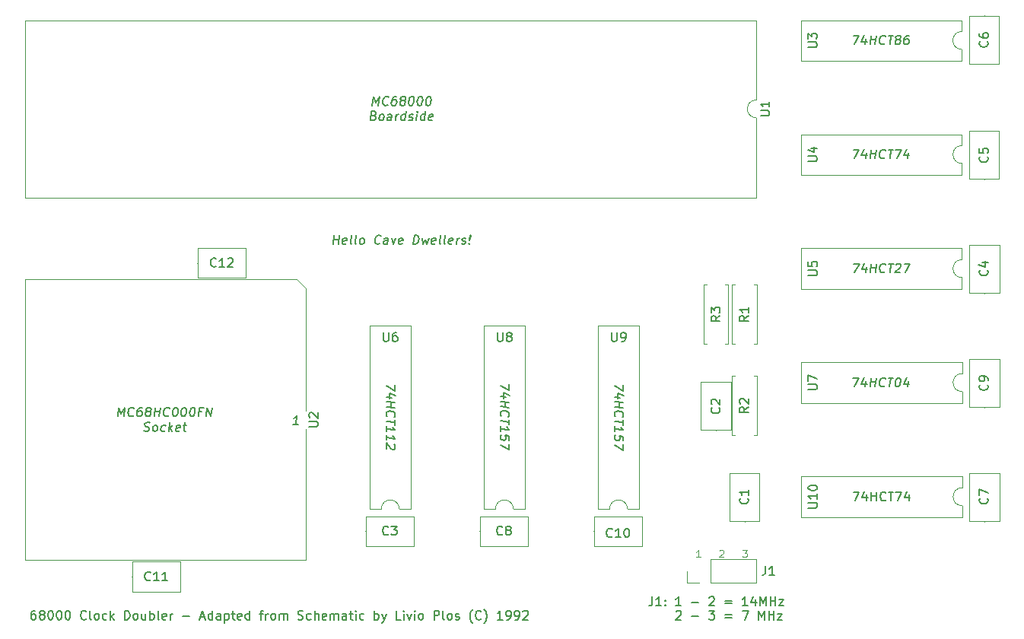
<source format=gbr>
G04 #@! TF.GenerationSoftware,KiCad,Pcbnew,(5.1.2-1)-1*
G04 #@! TF.CreationDate,2019-10-26T01:05:44+01:00*
G04 #@! TF.ProjectId,A500 14Mhz Accelerator,41353030-2031-4344-9d68-7a2041636365,rev?*
G04 #@! TF.SameCoordinates,Original*
G04 #@! TF.FileFunction,Legend,Top*
G04 #@! TF.FilePolarity,Positive*
%FSLAX46Y46*%
G04 Gerber Fmt 4.6, Leading zero omitted, Abs format (unit mm)*
G04 Created by KiCad (PCBNEW (5.1.2-1)-1) date 2019-10-26 01:05:44*
%MOMM*%
%LPD*%
G04 APERTURE LIST*
%ADD10C,0.125000*%
%ADD11C,0.150000*%
%ADD12C,0.120000*%
G04 APERTURE END LIST*
D10*
X160833095Y-151491904D02*
X160375952Y-151491904D01*
X160604523Y-151491904D02*
X160604523Y-150691904D01*
X160528333Y-150806190D01*
X160452142Y-150882380D01*
X160375952Y-150920476D01*
X162966428Y-150768095D02*
X163004523Y-150730000D01*
X163080714Y-150691904D01*
X163271190Y-150691904D01*
X163347380Y-150730000D01*
X163385476Y-150768095D01*
X163423571Y-150844285D01*
X163423571Y-150920476D01*
X163385476Y-151034761D01*
X162928333Y-151491904D01*
X163423571Y-151491904D01*
X165518809Y-150691904D02*
X166014047Y-150691904D01*
X165747380Y-150996666D01*
X165861666Y-150996666D01*
X165937857Y-151034761D01*
X165975952Y-151072857D01*
X166014047Y-151149047D01*
X166014047Y-151339523D01*
X165975952Y-151415714D01*
X165937857Y-151453809D01*
X165861666Y-151491904D01*
X165633095Y-151491904D01*
X165556904Y-151453809D01*
X165518809Y-151415714D01*
D11*
X86809523Y-157452380D02*
X86619047Y-157452380D01*
X86523809Y-157500000D01*
X86476190Y-157547619D01*
X86380952Y-157690476D01*
X86333333Y-157880952D01*
X86333333Y-158261904D01*
X86380952Y-158357142D01*
X86428571Y-158404761D01*
X86523809Y-158452380D01*
X86714285Y-158452380D01*
X86809523Y-158404761D01*
X86857142Y-158357142D01*
X86904761Y-158261904D01*
X86904761Y-158023809D01*
X86857142Y-157928571D01*
X86809523Y-157880952D01*
X86714285Y-157833333D01*
X86523809Y-157833333D01*
X86428571Y-157880952D01*
X86380952Y-157928571D01*
X86333333Y-158023809D01*
X87476190Y-157880952D02*
X87380952Y-157833333D01*
X87333333Y-157785714D01*
X87285714Y-157690476D01*
X87285714Y-157642857D01*
X87333333Y-157547619D01*
X87380952Y-157500000D01*
X87476190Y-157452380D01*
X87666666Y-157452380D01*
X87761904Y-157500000D01*
X87809523Y-157547619D01*
X87857142Y-157642857D01*
X87857142Y-157690476D01*
X87809523Y-157785714D01*
X87761904Y-157833333D01*
X87666666Y-157880952D01*
X87476190Y-157880952D01*
X87380952Y-157928571D01*
X87333333Y-157976190D01*
X87285714Y-158071428D01*
X87285714Y-158261904D01*
X87333333Y-158357142D01*
X87380952Y-158404761D01*
X87476190Y-158452380D01*
X87666666Y-158452380D01*
X87761904Y-158404761D01*
X87809523Y-158357142D01*
X87857142Y-158261904D01*
X87857142Y-158071428D01*
X87809523Y-157976190D01*
X87761904Y-157928571D01*
X87666666Y-157880952D01*
X88476190Y-157452380D02*
X88571428Y-157452380D01*
X88666666Y-157500000D01*
X88714285Y-157547619D01*
X88761904Y-157642857D01*
X88809523Y-157833333D01*
X88809523Y-158071428D01*
X88761904Y-158261904D01*
X88714285Y-158357142D01*
X88666666Y-158404761D01*
X88571428Y-158452380D01*
X88476190Y-158452380D01*
X88380952Y-158404761D01*
X88333333Y-158357142D01*
X88285714Y-158261904D01*
X88238095Y-158071428D01*
X88238095Y-157833333D01*
X88285714Y-157642857D01*
X88333333Y-157547619D01*
X88380952Y-157500000D01*
X88476190Y-157452380D01*
X89428571Y-157452380D02*
X89523809Y-157452380D01*
X89619047Y-157500000D01*
X89666666Y-157547619D01*
X89714285Y-157642857D01*
X89761904Y-157833333D01*
X89761904Y-158071428D01*
X89714285Y-158261904D01*
X89666666Y-158357142D01*
X89619047Y-158404761D01*
X89523809Y-158452380D01*
X89428571Y-158452380D01*
X89333333Y-158404761D01*
X89285714Y-158357142D01*
X89238095Y-158261904D01*
X89190476Y-158071428D01*
X89190476Y-157833333D01*
X89238095Y-157642857D01*
X89285714Y-157547619D01*
X89333333Y-157500000D01*
X89428571Y-157452380D01*
X90380952Y-157452380D02*
X90476190Y-157452380D01*
X90571428Y-157500000D01*
X90619047Y-157547619D01*
X90666666Y-157642857D01*
X90714285Y-157833333D01*
X90714285Y-158071428D01*
X90666666Y-158261904D01*
X90619047Y-158357142D01*
X90571428Y-158404761D01*
X90476190Y-158452380D01*
X90380952Y-158452380D01*
X90285714Y-158404761D01*
X90238095Y-158357142D01*
X90190476Y-158261904D01*
X90142857Y-158071428D01*
X90142857Y-157833333D01*
X90190476Y-157642857D01*
X90238095Y-157547619D01*
X90285714Y-157500000D01*
X90380952Y-157452380D01*
X92476190Y-158357142D02*
X92428571Y-158404761D01*
X92285714Y-158452380D01*
X92190476Y-158452380D01*
X92047619Y-158404761D01*
X91952380Y-158309523D01*
X91904761Y-158214285D01*
X91857142Y-158023809D01*
X91857142Y-157880952D01*
X91904761Y-157690476D01*
X91952380Y-157595238D01*
X92047619Y-157500000D01*
X92190476Y-157452380D01*
X92285714Y-157452380D01*
X92428571Y-157500000D01*
X92476190Y-157547619D01*
X93047619Y-158452380D02*
X92952380Y-158404761D01*
X92904761Y-158309523D01*
X92904761Y-157452380D01*
X93571428Y-158452380D02*
X93476190Y-158404761D01*
X93428571Y-158357142D01*
X93380952Y-158261904D01*
X93380952Y-157976190D01*
X93428571Y-157880952D01*
X93476190Y-157833333D01*
X93571428Y-157785714D01*
X93714285Y-157785714D01*
X93809523Y-157833333D01*
X93857142Y-157880952D01*
X93904761Y-157976190D01*
X93904761Y-158261904D01*
X93857142Y-158357142D01*
X93809523Y-158404761D01*
X93714285Y-158452380D01*
X93571428Y-158452380D01*
X94761904Y-158404761D02*
X94666666Y-158452380D01*
X94476190Y-158452380D01*
X94380952Y-158404761D01*
X94333333Y-158357142D01*
X94285714Y-158261904D01*
X94285714Y-157976190D01*
X94333333Y-157880952D01*
X94380952Y-157833333D01*
X94476190Y-157785714D01*
X94666666Y-157785714D01*
X94761904Y-157833333D01*
X95190476Y-158452380D02*
X95190476Y-157452380D01*
X95285714Y-158071428D02*
X95571428Y-158452380D01*
X95571428Y-157785714D02*
X95190476Y-158166666D01*
X96761904Y-158452380D02*
X96761904Y-157452380D01*
X97000000Y-157452380D01*
X97142857Y-157500000D01*
X97238095Y-157595238D01*
X97285714Y-157690476D01*
X97333333Y-157880952D01*
X97333333Y-158023809D01*
X97285714Y-158214285D01*
X97238095Y-158309523D01*
X97142857Y-158404761D01*
X97000000Y-158452380D01*
X96761904Y-158452380D01*
X97904761Y-158452380D02*
X97809523Y-158404761D01*
X97761904Y-158357142D01*
X97714285Y-158261904D01*
X97714285Y-157976190D01*
X97761904Y-157880952D01*
X97809523Y-157833333D01*
X97904761Y-157785714D01*
X98047619Y-157785714D01*
X98142857Y-157833333D01*
X98190476Y-157880952D01*
X98238095Y-157976190D01*
X98238095Y-158261904D01*
X98190476Y-158357142D01*
X98142857Y-158404761D01*
X98047619Y-158452380D01*
X97904761Y-158452380D01*
X99095238Y-157785714D02*
X99095238Y-158452380D01*
X98666666Y-157785714D02*
X98666666Y-158309523D01*
X98714285Y-158404761D01*
X98809523Y-158452380D01*
X98952380Y-158452380D01*
X99047619Y-158404761D01*
X99095238Y-158357142D01*
X99571428Y-158452380D02*
X99571428Y-157452380D01*
X99571428Y-157833333D02*
X99666666Y-157785714D01*
X99857142Y-157785714D01*
X99952380Y-157833333D01*
X100000000Y-157880952D01*
X100047619Y-157976190D01*
X100047619Y-158261904D01*
X100000000Y-158357142D01*
X99952380Y-158404761D01*
X99857142Y-158452380D01*
X99666666Y-158452380D01*
X99571428Y-158404761D01*
X100619047Y-158452380D02*
X100523809Y-158404761D01*
X100476190Y-158309523D01*
X100476190Y-157452380D01*
X101380952Y-158404761D02*
X101285714Y-158452380D01*
X101095238Y-158452380D01*
X101000000Y-158404761D01*
X100952380Y-158309523D01*
X100952380Y-157928571D01*
X101000000Y-157833333D01*
X101095238Y-157785714D01*
X101285714Y-157785714D01*
X101380952Y-157833333D01*
X101428571Y-157928571D01*
X101428571Y-158023809D01*
X100952380Y-158119047D01*
X101857142Y-158452380D02*
X101857142Y-157785714D01*
X101857142Y-157976190D02*
X101904761Y-157880952D01*
X101952380Y-157833333D01*
X102047619Y-157785714D01*
X102142857Y-157785714D01*
X103238095Y-158071428D02*
X104000000Y-158071428D01*
X105190476Y-158166666D02*
X105666666Y-158166666D01*
X105095238Y-158452380D02*
X105428571Y-157452380D01*
X105761904Y-158452380D01*
X106523809Y-158452380D02*
X106523809Y-157452380D01*
X106523809Y-158404761D02*
X106428571Y-158452380D01*
X106238095Y-158452380D01*
X106142857Y-158404761D01*
X106095238Y-158357142D01*
X106047619Y-158261904D01*
X106047619Y-157976190D01*
X106095238Y-157880952D01*
X106142857Y-157833333D01*
X106238095Y-157785714D01*
X106428571Y-157785714D01*
X106523809Y-157833333D01*
X107428571Y-158452380D02*
X107428571Y-157928571D01*
X107380952Y-157833333D01*
X107285714Y-157785714D01*
X107095238Y-157785714D01*
X107000000Y-157833333D01*
X107428571Y-158404761D02*
X107333333Y-158452380D01*
X107095238Y-158452380D01*
X107000000Y-158404761D01*
X106952380Y-158309523D01*
X106952380Y-158214285D01*
X107000000Y-158119047D01*
X107095238Y-158071428D01*
X107333333Y-158071428D01*
X107428571Y-158023809D01*
X107904761Y-157785714D02*
X107904761Y-158785714D01*
X107904761Y-157833333D02*
X108000000Y-157785714D01*
X108190476Y-157785714D01*
X108285714Y-157833333D01*
X108333333Y-157880952D01*
X108380952Y-157976190D01*
X108380952Y-158261904D01*
X108333333Y-158357142D01*
X108285714Y-158404761D01*
X108190476Y-158452380D01*
X108000000Y-158452380D01*
X107904761Y-158404761D01*
X108666666Y-157785714D02*
X109047619Y-157785714D01*
X108809523Y-157452380D02*
X108809523Y-158309523D01*
X108857142Y-158404761D01*
X108952380Y-158452380D01*
X109047619Y-158452380D01*
X109761904Y-158404761D02*
X109666666Y-158452380D01*
X109476190Y-158452380D01*
X109380952Y-158404761D01*
X109333333Y-158309523D01*
X109333333Y-157928571D01*
X109380952Y-157833333D01*
X109476190Y-157785714D01*
X109666666Y-157785714D01*
X109761904Y-157833333D01*
X109809523Y-157928571D01*
X109809523Y-158023809D01*
X109333333Y-158119047D01*
X110666666Y-158452380D02*
X110666666Y-157452380D01*
X110666666Y-158404761D02*
X110571428Y-158452380D01*
X110380952Y-158452380D01*
X110285714Y-158404761D01*
X110238095Y-158357142D01*
X110190476Y-158261904D01*
X110190476Y-157976190D01*
X110238095Y-157880952D01*
X110285714Y-157833333D01*
X110380952Y-157785714D01*
X110571428Y-157785714D01*
X110666666Y-157833333D01*
X111761904Y-157785714D02*
X112142857Y-157785714D01*
X111904761Y-158452380D02*
X111904761Y-157595238D01*
X111952380Y-157500000D01*
X112047619Y-157452380D01*
X112142857Y-157452380D01*
X112476190Y-158452380D02*
X112476190Y-157785714D01*
X112476190Y-157976190D02*
X112523809Y-157880952D01*
X112571428Y-157833333D01*
X112666666Y-157785714D01*
X112761904Y-157785714D01*
X113238095Y-158452380D02*
X113142857Y-158404761D01*
X113095238Y-158357142D01*
X113047619Y-158261904D01*
X113047619Y-157976190D01*
X113095238Y-157880952D01*
X113142857Y-157833333D01*
X113238095Y-157785714D01*
X113380952Y-157785714D01*
X113476190Y-157833333D01*
X113523809Y-157880952D01*
X113571428Y-157976190D01*
X113571428Y-158261904D01*
X113523809Y-158357142D01*
X113476190Y-158404761D01*
X113380952Y-158452380D01*
X113238095Y-158452380D01*
X114000000Y-158452380D02*
X114000000Y-157785714D01*
X114000000Y-157880952D02*
X114047619Y-157833333D01*
X114142857Y-157785714D01*
X114285714Y-157785714D01*
X114380952Y-157833333D01*
X114428571Y-157928571D01*
X114428571Y-158452380D01*
X114428571Y-157928571D02*
X114476190Y-157833333D01*
X114571428Y-157785714D01*
X114714285Y-157785714D01*
X114809523Y-157833333D01*
X114857142Y-157928571D01*
X114857142Y-158452380D01*
X116047619Y-158404761D02*
X116190476Y-158452380D01*
X116428571Y-158452380D01*
X116523809Y-158404761D01*
X116571428Y-158357142D01*
X116619047Y-158261904D01*
X116619047Y-158166666D01*
X116571428Y-158071428D01*
X116523809Y-158023809D01*
X116428571Y-157976190D01*
X116238095Y-157928571D01*
X116142857Y-157880952D01*
X116095238Y-157833333D01*
X116047619Y-157738095D01*
X116047619Y-157642857D01*
X116095238Y-157547619D01*
X116142857Y-157500000D01*
X116238095Y-157452380D01*
X116476190Y-157452380D01*
X116619047Y-157500000D01*
X117476190Y-158404761D02*
X117380952Y-158452380D01*
X117190476Y-158452380D01*
X117095238Y-158404761D01*
X117047619Y-158357142D01*
X117000000Y-158261904D01*
X117000000Y-157976190D01*
X117047619Y-157880952D01*
X117095238Y-157833333D01*
X117190476Y-157785714D01*
X117380952Y-157785714D01*
X117476190Y-157833333D01*
X117904761Y-158452380D02*
X117904761Y-157452380D01*
X118333333Y-158452380D02*
X118333333Y-157928571D01*
X118285714Y-157833333D01*
X118190476Y-157785714D01*
X118047619Y-157785714D01*
X117952380Y-157833333D01*
X117904761Y-157880952D01*
X119190476Y-158404761D02*
X119095238Y-158452380D01*
X118904761Y-158452380D01*
X118809523Y-158404761D01*
X118761904Y-158309523D01*
X118761904Y-157928571D01*
X118809523Y-157833333D01*
X118904761Y-157785714D01*
X119095238Y-157785714D01*
X119190476Y-157833333D01*
X119238095Y-157928571D01*
X119238095Y-158023809D01*
X118761904Y-158119047D01*
X119666666Y-158452380D02*
X119666666Y-157785714D01*
X119666666Y-157880952D02*
X119714285Y-157833333D01*
X119809523Y-157785714D01*
X119952380Y-157785714D01*
X120047619Y-157833333D01*
X120095238Y-157928571D01*
X120095238Y-158452380D01*
X120095238Y-157928571D02*
X120142857Y-157833333D01*
X120238095Y-157785714D01*
X120380952Y-157785714D01*
X120476190Y-157833333D01*
X120523809Y-157928571D01*
X120523809Y-158452380D01*
X121428571Y-158452380D02*
X121428571Y-157928571D01*
X121380952Y-157833333D01*
X121285714Y-157785714D01*
X121095238Y-157785714D01*
X121000000Y-157833333D01*
X121428571Y-158404761D02*
X121333333Y-158452380D01*
X121095238Y-158452380D01*
X121000000Y-158404761D01*
X120952380Y-158309523D01*
X120952380Y-158214285D01*
X121000000Y-158119047D01*
X121095238Y-158071428D01*
X121333333Y-158071428D01*
X121428571Y-158023809D01*
X121761904Y-157785714D02*
X122142857Y-157785714D01*
X121904761Y-157452380D02*
X121904761Y-158309523D01*
X121952380Y-158404761D01*
X122047619Y-158452380D01*
X122142857Y-158452380D01*
X122476190Y-158452380D02*
X122476190Y-157785714D01*
X122476190Y-157452380D02*
X122428571Y-157500000D01*
X122476190Y-157547619D01*
X122523809Y-157500000D01*
X122476190Y-157452380D01*
X122476190Y-157547619D01*
X123380952Y-158404761D02*
X123285714Y-158452380D01*
X123095238Y-158452380D01*
X123000000Y-158404761D01*
X122952380Y-158357142D01*
X122904761Y-158261904D01*
X122904761Y-157976190D01*
X122952380Y-157880952D01*
X123000000Y-157833333D01*
X123095238Y-157785714D01*
X123285714Y-157785714D01*
X123380952Y-157833333D01*
X124571428Y-158452380D02*
X124571428Y-157452380D01*
X124571428Y-157833333D02*
X124666666Y-157785714D01*
X124857142Y-157785714D01*
X124952380Y-157833333D01*
X125000000Y-157880952D01*
X125047619Y-157976190D01*
X125047619Y-158261904D01*
X125000000Y-158357142D01*
X124952380Y-158404761D01*
X124857142Y-158452380D01*
X124666666Y-158452380D01*
X124571428Y-158404761D01*
X125380952Y-157785714D02*
X125619047Y-158452380D01*
X125857142Y-157785714D02*
X125619047Y-158452380D01*
X125523809Y-158690476D01*
X125476190Y-158738095D01*
X125380952Y-158785714D01*
X127476190Y-158452380D02*
X127000000Y-158452380D01*
X127000000Y-157452380D01*
X127809523Y-158452380D02*
X127809523Y-157785714D01*
X127809523Y-157452380D02*
X127761904Y-157500000D01*
X127809523Y-157547619D01*
X127857142Y-157500000D01*
X127809523Y-157452380D01*
X127809523Y-157547619D01*
X128190476Y-157785714D02*
X128428571Y-158452380D01*
X128666666Y-157785714D01*
X129047619Y-158452380D02*
X129047619Y-157785714D01*
X129047619Y-157452380D02*
X129000000Y-157500000D01*
X129047619Y-157547619D01*
X129095238Y-157500000D01*
X129047619Y-157452380D01*
X129047619Y-157547619D01*
X129666666Y-158452380D02*
X129571428Y-158404761D01*
X129523809Y-158357142D01*
X129476190Y-158261904D01*
X129476190Y-157976190D01*
X129523809Y-157880952D01*
X129571428Y-157833333D01*
X129666666Y-157785714D01*
X129809523Y-157785714D01*
X129904761Y-157833333D01*
X129952380Y-157880952D01*
X130000000Y-157976190D01*
X130000000Y-158261904D01*
X129952380Y-158357142D01*
X129904761Y-158404761D01*
X129809523Y-158452380D01*
X129666666Y-158452380D01*
X131190476Y-158452380D02*
X131190476Y-157452380D01*
X131571428Y-157452380D01*
X131666666Y-157500000D01*
X131714285Y-157547619D01*
X131761904Y-157642857D01*
X131761904Y-157785714D01*
X131714285Y-157880952D01*
X131666666Y-157928571D01*
X131571428Y-157976190D01*
X131190476Y-157976190D01*
X132333333Y-158452380D02*
X132238095Y-158404761D01*
X132190476Y-158309523D01*
X132190476Y-157452380D01*
X132857142Y-158452380D02*
X132761904Y-158404761D01*
X132714285Y-158357142D01*
X132666666Y-158261904D01*
X132666666Y-157976190D01*
X132714285Y-157880952D01*
X132761904Y-157833333D01*
X132857142Y-157785714D01*
X133000000Y-157785714D01*
X133095238Y-157833333D01*
X133142857Y-157880952D01*
X133190476Y-157976190D01*
X133190476Y-158261904D01*
X133142857Y-158357142D01*
X133095238Y-158404761D01*
X133000000Y-158452380D01*
X132857142Y-158452380D01*
X133571428Y-158404761D02*
X133666666Y-158452380D01*
X133857142Y-158452380D01*
X133952380Y-158404761D01*
X134000000Y-158309523D01*
X134000000Y-158261904D01*
X133952380Y-158166666D01*
X133857142Y-158119047D01*
X133714285Y-158119047D01*
X133619047Y-158071428D01*
X133571428Y-157976190D01*
X133571428Y-157928571D01*
X133619047Y-157833333D01*
X133714285Y-157785714D01*
X133857142Y-157785714D01*
X133952380Y-157833333D01*
X135476190Y-158833333D02*
X135428571Y-158785714D01*
X135333333Y-158642857D01*
X135285714Y-158547619D01*
X135238095Y-158404761D01*
X135190476Y-158166666D01*
X135190476Y-157976190D01*
X135238095Y-157738095D01*
X135285714Y-157595238D01*
X135333333Y-157500000D01*
X135428571Y-157357142D01*
X135476190Y-157309523D01*
X136428571Y-158357142D02*
X136380952Y-158404761D01*
X136238095Y-158452380D01*
X136142857Y-158452380D01*
X136000000Y-158404761D01*
X135904761Y-158309523D01*
X135857142Y-158214285D01*
X135809523Y-158023809D01*
X135809523Y-157880952D01*
X135857142Y-157690476D01*
X135904761Y-157595238D01*
X136000000Y-157500000D01*
X136142857Y-157452380D01*
X136238095Y-157452380D01*
X136380952Y-157500000D01*
X136428571Y-157547619D01*
X136761904Y-158833333D02*
X136809523Y-158785714D01*
X136904761Y-158642857D01*
X136952380Y-158547619D01*
X137000000Y-158404761D01*
X137047619Y-158166666D01*
X137047619Y-157976190D01*
X137000000Y-157738095D01*
X136952380Y-157595238D01*
X136904761Y-157500000D01*
X136809523Y-157357142D01*
X136761904Y-157309523D01*
X138809523Y-158452380D02*
X138238095Y-158452380D01*
X138523809Y-158452380D02*
X138523809Y-157452380D01*
X138428571Y-157595238D01*
X138333333Y-157690476D01*
X138238095Y-157738095D01*
X139285714Y-158452380D02*
X139476190Y-158452380D01*
X139571428Y-158404761D01*
X139619047Y-158357142D01*
X139714285Y-158214285D01*
X139761904Y-158023809D01*
X139761904Y-157642857D01*
X139714285Y-157547619D01*
X139666666Y-157500000D01*
X139571428Y-157452380D01*
X139380952Y-157452380D01*
X139285714Y-157500000D01*
X139238095Y-157547619D01*
X139190476Y-157642857D01*
X139190476Y-157880952D01*
X139238095Y-157976190D01*
X139285714Y-158023809D01*
X139380952Y-158071428D01*
X139571428Y-158071428D01*
X139666666Y-158023809D01*
X139714285Y-157976190D01*
X139761904Y-157880952D01*
X140238095Y-158452380D02*
X140428571Y-158452380D01*
X140523809Y-158404761D01*
X140571428Y-158357142D01*
X140666666Y-158214285D01*
X140714285Y-158023809D01*
X140714285Y-157642857D01*
X140666666Y-157547619D01*
X140619047Y-157500000D01*
X140523809Y-157452380D01*
X140333333Y-157452380D01*
X140238095Y-157500000D01*
X140190476Y-157547619D01*
X140142857Y-157642857D01*
X140142857Y-157880952D01*
X140190476Y-157976190D01*
X140238095Y-158023809D01*
X140333333Y-158071428D01*
X140523809Y-158071428D01*
X140619047Y-158023809D01*
X140666666Y-157976190D01*
X140714285Y-157880952D01*
X141095238Y-157547619D02*
X141142857Y-157500000D01*
X141238095Y-157452380D01*
X141476190Y-157452380D01*
X141571428Y-157500000D01*
X141619047Y-157547619D01*
X141666666Y-157642857D01*
X141666666Y-157738095D01*
X141619047Y-157880952D01*
X141047619Y-158452380D01*
X141666666Y-158452380D01*
X158119047Y-157547619D02*
X158166666Y-157500000D01*
X158261904Y-157452380D01*
X158500000Y-157452380D01*
X158595238Y-157500000D01*
X158642857Y-157547619D01*
X158690476Y-157642857D01*
X158690476Y-157738095D01*
X158642857Y-157880952D01*
X158071428Y-158452380D01*
X158690476Y-158452380D01*
X159880952Y-158071428D02*
X160642857Y-158071428D01*
X161785714Y-157452380D02*
X162404761Y-157452380D01*
X162071428Y-157833333D01*
X162214285Y-157833333D01*
X162309523Y-157880952D01*
X162357142Y-157928571D01*
X162404761Y-158023809D01*
X162404761Y-158261904D01*
X162357142Y-158357142D01*
X162309523Y-158404761D01*
X162214285Y-158452380D01*
X161928571Y-158452380D01*
X161833333Y-158404761D01*
X161785714Y-158357142D01*
X163595238Y-157928571D02*
X164357142Y-157928571D01*
X164357142Y-158214285D02*
X163595238Y-158214285D01*
X165500000Y-157452380D02*
X166166666Y-157452380D01*
X165738095Y-158452380D01*
X167309523Y-158452380D02*
X167309523Y-157452380D01*
X167642857Y-158166666D01*
X167976190Y-157452380D01*
X167976190Y-158452380D01*
X168452380Y-158452380D02*
X168452380Y-157452380D01*
X168452380Y-157928571D02*
X169023809Y-157928571D01*
X169023809Y-158452380D02*
X169023809Y-157452380D01*
X169404761Y-157785714D02*
X169928571Y-157785714D01*
X169404761Y-158452380D01*
X169928571Y-158452380D01*
X155480952Y-155902380D02*
X155480952Y-156616666D01*
X155433333Y-156759523D01*
X155338095Y-156854761D01*
X155195238Y-156902380D01*
X155100000Y-156902380D01*
X156480952Y-156902380D02*
X155909523Y-156902380D01*
X156195238Y-156902380D02*
X156195238Y-155902380D01*
X156100000Y-156045238D01*
X156004761Y-156140476D01*
X155909523Y-156188095D01*
X156909523Y-156807142D02*
X156957142Y-156854761D01*
X156909523Y-156902380D01*
X156861904Y-156854761D01*
X156909523Y-156807142D01*
X156909523Y-156902380D01*
X156909523Y-156283333D02*
X156957142Y-156330952D01*
X156909523Y-156378571D01*
X156861904Y-156330952D01*
X156909523Y-156283333D01*
X156909523Y-156378571D01*
X158671428Y-156902380D02*
X158100000Y-156902380D01*
X158385714Y-156902380D02*
X158385714Y-155902380D01*
X158290476Y-156045238D01*
X158195238Y-156140476D01*
X158100000Y-156188095D01*
X159861904Y-156521428D02*
X160623809Y-156521428D01*
X161814285Y-155997619D02*
X161861904Y-155950000D01*
X161957142Y-155902380D01*
X162195238Y-155902380D01*
X162290476Y-155950000D01*
X162338095Y-155997619D01*
X162385714Y-156092857D01*
X162385714Y-156188095D01*
X162338095Y-156330952D01*
X161766666Y-156902380D01*
X162385714Y-156902380D01*
X163576190Y-156378571D02*
X164338095Y-156378571D01*
X164338095Y-156664285D02*
X163576190Y-156664285D01*
X166100000Y-156902380D02*
X165528571Y-156902380D01*
X165814285Y-156902380D02*
X165814285Y-155902380D01*
X165719047Y-156045238D01*
X165623809Y-156140476D01*
X165528571Y-156188095D01*
X166957142Y-156235714D02*
X166957142Y-156902380D01*
X166719047Y-155854761D02*
X166480952Y-156569047D01*
X167100000Y-156569047D01*
X167480952Y-156902380D02*
X167480952Y-155902380D01*
X167814285Y-156616666D01*
X168147619Y-155902380D01*
X168147619Y-156902380D01*
X168623809Y-156902380D02*
X168623809Y-155902380D01*
X168623809Y-156378571D02*
X169195238Y-156378571D01*
X169195238Y-156902380D02*
X169195238Y-155902380D01*
X169576190Y-156235714D02*
X170100000Y-156235714D01*
X169576190Y-156902380D01*
X170100000Y-156902380D01*
X116077629Y-136723380D02*
X115506200Y-136723380D01*
X115791914Y-136723380D02*
X115916914Y-135723380D01*
X115803819Y-135866238D01*
X115696676Y-135961476D01*
X115595486Y-136009095D01*
X119963586Y-116657380D02*
X120088586Y-115657380D01*
X120029062Y-116133571D02*
X120600491Y-116133571D01*
X120535014Y-116657380D02*
X120660014Y-115657380D01*
X121398110Y-116609761D02*
X121296919Y-116657380D01*
X121106443Y-116657380D01*
X121017157Y-116609761D01*
X120981443Y-116514523D01*
X121029062Y-116133571D01*
X121088586Y-116038333D01*
X121189776Y-115990714D01*
X121380252Y-115990714D01*
X121469538Y-116038333D01*
X121505252Y-116133571D01*
X121493348Y-116228809D01*
X121005252Y-116324047D01*
X122011205Y-116657380D02*
X121921919Y-116609761D01*
X121886205Y-116514523D01*
X121993348Y-115657380D01*
X122535014Y-116657380D02*
X122445729Y-116609761D01*
X122410014Y-116514523D01*
X122517157Y-115657380D01*
X123058824Y-116657380D02*
X122969538Y-116609761D01*
X122927872Y-116562142D01*
X122892157Y-116466904D01*
X122927872Y-116181190D01*
X122987395Y-116085952D01*
X123040967Y-116038333D01*
X123142157Y-115990714D01*
X123285014Y-115990714D01*
X123374300Y-116038333D01*
X123415967Y-116085952D01*
X123451681Y-116181190D01*
X123415967Y-116466904D01*
X123356443Y-116562142D01*
X123302872Y-116609761D01*
X123201681Y-116657380D01*
X123058824Y-116657380D01*
X125165967Y-116562142D02*
X125112395Y-116609761D01*
X124963586Y-116657380D01*
X124868348Y-116657380D01*
X124731443Y-116609761D01*
X124648110Y-116514523D01*
X124612395Y-116419285D01*
X124588586Y-116228809D01*
X124606443Y-116085952D01*
X124677872Y-115895476D01*
X124737395Y-115800238D01*
X124844538Y-115705000D01*
X124993348Y-115657380D01*
X125088586Y-115657380D01*
X125225491Y-115705000D01*
X125267157Y-115752619D01*
X126011205Y-116657380D02*
X126076681Y-116133571D01*
X126040967Y-116038333D01*
X125951681Y-115990714D01*
X125761205Y-115990714D01*
X125660014Y-116038333D01*
X126017157Y-116609761D02*
X125915967Y-116657380D01*
X125677872Y-116657380D01*
X125588586Y-116609761D01*
X125552872Y-116514523D01*
X125564776Y-116419285D01*
X125624300Y-116324047D01*
X125725491Y-116276428D01*
X125963586Y-116276428D01*
X126064776Y-116228809D01*
X126475491Y-115990714D02*
X126630252Y-116657380D01*
X126951681Y-115990714D01*
X127636205Y-116609761D02*
X127535014Y-116657380D01*
X127344538Y-116657380D01*
X127255252Y-116609761D01*
X127219538Y-116514523D01*
X127267157Y-116133571D01*
X127326681Y-116038333D01*
X127427872Y-115990714D01*
X127618348Y-115990714D01*
X127707633Y-116038333D01*
X127743348Y-116133571D01*
X127731443Y-116228809D01*
X127243348Y-116324047D01*
X128868348Y-116657380D02*
X128993348Y-115657380D01*
X129231443Y-115657380D01*
X129368348Y-115705000D01*
X129451681Y-115800238D01*
X129487395Y-115895476D01*
X129511205Y-116085952D01*
X129493348Y-116228809D01*
X129421919Y-116419285D01*
X129362395Y-116514523D01*
X129255252Y-116609761D01*
X129106443Y-116657380D01*
X128868348Y-116657380D01*
X129856443Y-115990714D02*
X129963586Y-116657380D01*
X130213586Y-116181190D01*
X130344538Y-116657380D01*
X130618348Y-115990714D01*
X131302872Y-116609761D02*
X131201681Y-116657380D01*
X131011205Y-116657380D01*
X130921919Y-116609761D01*
X130886205Y-116514523D01*
X130933824Y-116133571D01*
X130993348Y-116038333D01*
X131094538Y-115990714D01*
X131285014Y-115990714D01*
X131374300Y-116038333D01*
X131410014Y-116133571D01*
X131398110Y-116228809D01*
X130910014Y-116324047D01*
X131915967Y-116657380D02*
X131826681Y-116609761D01*
X131790967Y-116514523D01*
X131898110Y-115657380D01*
X132439776Y-116657380D02*
X132350491Y-116609761D01*
X132314776Y-116514523D01*
X132421919Y-115657380D01*
X133207633Y-116609761D02*
X133106443Y-116657380D01*
X132915967Y-116657380D01*
X132826681Y-116609761D01*
X132790967Y-116514523D01*
X132838586Y-116133571D01*
X132898110Y-116038333D01*
X132999300Y-115990714D01*
X133189776Y-115990714D01*
X133279062Y-116038333D01*
X133314776Y-116133571D01*
X133302872Y-116228809D01*
X132814776Y-116324047D01*
X133677872Y-116657380D02*
X133761205Y-115990714D01*
X133737395Y-116181190D02*
X133796919Y-116085952D01*
X133850491Y-116038333D01*
X133951681Y-115990714D01*
X134046919Y-115990714D01*
X134255252Y-116609761D02*
X134344538Y-116657380D01*
X134535014Y-116657380D01*
X134636205Y-116609761D01*
X134695729Y-116514523D01*
X134701681Y-116466904D01*
X134665967Y-116371666D01*
X134576681Y-116324047D01*
X134433824Y-116324047D01*
X134344538Y-116276428D01*
X134308824Y-116181190D01*
X134314776Y-116133571D01*
X134374300Y-116038333D01*
X134475491Y-115990714D01*
X134618348Y-115990714D01*
X134707633Y-116038333D01*
X135118348Y-116562142D02*
X135160014Y-116609761D01*
X135106443Y-116657380D01*
X135064776Y-116609761D01*
X135118348Y-116562142D01*
X135106443Y-116657380D01*
X135154062Y-116276428D02*
X135177872Y-115705000D01*
X135231443Y-115657380D01*
X135273110Y-115705000D01*
X135154062Y-116276428D01*
X135231443Y-115657380D01*
X177844333Y-144220980D02*
X178511000Y-144220980D01*
X178082428Y-145220980D01*
X179320523Y-144554314D02*
X179320523Y-145220980D01*
X179082428Y-144173361D02*
X178844333Y-144887647D01*
X179463380Y-144887647D01*
X179844333Y-145220980D02*
X179844333Y-144220980D01*
X179844333Y-144697171D02*
X180415761Y-144697171D01*
X180415761Y-145220980D02*
X180415761Y-144220980D01*
X181463380Y-145125742D02*
X181415761Y-145173361D01*
X181272904Y-145220980D01*
X181177666Y-145220980D01*
X181034809Y-145173361D01*
X180939571Y-145078123D01*
X180891952Y-144982885D01*
X180844333Y-144792409D01*
X180844333Y-144649552D01*
X180891952Y-144459076D01*
X180939571Y-144363838D01*
X181034809Y-144268600D01*
X181177666Y-144220980D01*
X181272904Y-144220980D01*
X181415761Y-144268600D01*
X181463380Y-144316219D01*
X181749095Y-144220980D02*
X182320523Y-144220980D01*
X182034809Y-145220980D02*
X182034809Y-144220980D01*
X182558619Y-144220980D02*
X183225285Y-144220980D01*
X182796714Y-145220980D01*
X184034809Y-144554314D02*
X184034809Y-145220980D01*
X183796714Y-144173361D02*
X183558619Y-144887647D01*
X184177666Y-144887647D01*
X152264619Y-132301157D02*
X152264619Y-132967824D01*
X151264619Y-132414252D01*
X151931285Y-133735681D02*
X151264619Y-133652348D01*
X152312238Y-133545205D02*
X151597952Y-133217824D01*
X151597952Y-133836872D01*
X151264619Y-134176157D02*
X152264619Y-134301157D01*
X151788428Y-134241633D02*
X151788428Y-134813062D01*
X151264619Y-134747586D02*
X152264619Y-134872586D01*
X151359857Y-135807110D02*
X151312238Y-135753538D01*
X151264619Y-135604729D01*
X151264619Y-135509491D01*
X151312238Y-135372586D01*
X151407476Y-135289252D01*
X151502714Y-135253538D01*
X151693190Y-135229729D01*
X151836047Y-135247586D01*
X152026523Y-135319014D01*
X152121761Y-135378538D01*
X152217000Y-135485681D01*
X152264619Y-135634491D01*
X152264619Y-135729729D01*
X152217000Y-135866633D01*
X152169380Y-135908300D01*
X152264619Y-136205919D02*
X152264619Y-136777348D01*
X151264619Y-136366633D02*
X152264619Y-136491633D01*
X151264619Y-137509491D02*
X151264619Y-136938062D01*
X151264619Y-137223776D02*
X152264619Y-137348776D01*
X152121761Y-137235681D01*
X152026523Y-137128538D01*
X151978904Y-137027348D01*
X152264619Y-138539252D02*
X152264619Y-138063062D01*
X151788428Y-137955919D01*
X151836047Y-138009491D01*
X151883666Y-138110681D01*
X151883666Y-138348776D01*
X151836047Y-138438062D01*
X151788428Y-138479729D01*
X151693190Y-138515443D01*
X151455095Y-138485681D01*
X151359857Y-138426157D01*
X151312238Y-138372586D01*
X151264619Y-138271395D01*
X151264619Y-138033300D01*
X151312238Y-137944014D01*
X151359857Y-137902348D01*
X152264619Y-138920205D02*
X152264619Y-139586872D01*
X151264619Y-139033300D01*
X139564619Y-132272157D02*
X139564619Y-132938824D01*
X138564619Y-132385252D01*
X139231285Y-133706681D02*
X138564619Y-133623348D01*
X139612238Y-133516205D02*
X138897952Y-133188824D01*
X138897952Y-133807872D01*
X138564619Y-134147157D02*
X139564619Y-134272157D01*
X139088428Y-134212633D02*
X139088428Y-134784062D01*
X138564619Y-134718586D02*
X139564619Y-134843586D01*
X138659857Y-135778110D02*
X138612238Y-135724538D01*
X138564619Y-135575729D01*
X138564619Y-135480491D01*
X138612238Y-135343586D01*
X138707476Y-135260252D01*
X138802714Y-135224538D01*
X138993190Y-135200729D01*
X139136047Y-135218586D01*
X139326523Y-135290014D01*
X139421761Y-135349538D01*
X139517000Y-135456681D01*
X139564619Y-135605491D01*
X139564619Y-135700729D01*
X139517000Y-135837633D01*
X139469380Y-135879300D01*
X139564619Y-136176919D02*
X139564619Y-136748348D01*
X138564619Y-136337633D02*
X139564619Y-136462633D01*
X138564619Y-137480491D02*
X138564619Y-136909062D01*
X138564619Y-137194776D02*
X139564619Y-137319776D01*
X139421761Y-137206681D01*
X139326523Y-137099538D01*
X139278904Y-136998348D01*
X139564619Y-138510252D02*
X139564619Y-138034062D01*
X139088428Y-137926919D01*
X139136047Y-137980491D01*
X139183666Y-138081681D01*
X139183666Y-138319776D01*
X139136047Y-138409062D01*
X139088428Y-138450729D01*
X138993190Y-138486443D01*
X138755095Y-138456681D01*
X138659857Y-138397157D01*
X138612238Y-138343586D01*
X138564619Y-138242395D01*
X138564619Y-138004300D01*
X138612238Y-137915014D01*
X138659857Y-137873348D01*
X139564619Y-138891205D02*
X139564619Y-139557872D01*
X138564619Y-139004300D01*
X177833348Y-131532380D02*
X178500014Y-131532380D01*
X177946443Y-132532380D01*
X179267872Y-131865714D02*
X179184538Y-132532380D01*
X179077395Y-131484761D02*
X178750014Y-132199047D01*
X179369062Y-132199047D01*
X179708348Y-132532380D02*
X179833348Y-131532380D01*
X179773824Y-132008571D02*
X180345252Y-132008571D01*
X180279776Y-132532380D02*
X180404776Y-131532380D01*
X181339300Y-132437142D02*
X181285729Y-132484761D01*
X181136919Y-132532380D01*
X181041681Y-132532380D01*
X180904776Y-132484761D01*
X180821443Y-132389523D01*
X180785729Y-132294285D01*
X180761919Y-132103809D01*
X180779776Y-131960952D01*
X180851205Y-131770476D01*
X180910729Y-131675238D01*
X181017872Y-131580000D01*
X181166681Y-131532380D01*
X181261919Y-131532380D01*
X181398824Y-131580000D01*
X181440491Y-131627619D01*
X181738110Y-131532380D02*
X182309538Y-131532380D01*
X181898824Y-132532380D02*
X182023824Y-131532380D01*
X182833348Y-131532380D02*
X182928586Y-131532380D01*
X183017872Y-131580000D01*
X183059538Y-131627619D01*
X183095252Y-131722857D01*
X183119062Y-131913333D01*
X183089300Y-132151428D01*
X183017872Y-132341904D01*
X182958348Y-132437142D01*
X182904776Y-132484761D01*
X182803586Y-132532380D01*
X182708348Y-132532380D01*
X182619062Y-132484761D01*
X182577395Y-132437142D01*
X182541681Y-132341904D01*
X182517872Y-132151428D01*
X182547633Y-131913333D01*
X182619062Y-131722857D01*
X182678586Y-131627619D01*
X182732157Y-131580000D01*
X182833348Y-131532380D01*
X183982157Y-131865714D02*
X183898824Y-132532380D01*
X183791681Y-131484761D02*
X183464300Y-132199047D01*
X184083348Y-132199047D01*
X126864619Y-132301157D02*
X126864619Y-132967824D01*
X125864619Y-132414252D01*
X126531285Y-133735681D02*
X125864619Y-133652348D01*
X126912238Y-133545205D02*
X126197952Y-133217824D01*
X126197952Y-133836872D01*
X125864619Y-134176157D02*
X126864619Y-134301157D01*
X126388428Y-134241633D02*
X126388428Y-134813062D01*
X125864619Y-134747586D02*
X126864619Y-134872586D01*
X125959857Y-135807110D02*
X125912238Y-135753538D01*
X125864619Y-135604729D01*
X125864619Y-135509491D01*
X125912238Y-135372586D01*
X126007476Y-135289252D01*
X126102714Y-135253538D01*
X126293190Y-135229729D01*
X126436047Y-135247586D01*
X126626523Y-135319014D01*
X126721761Y-135378538D01*
X126817000Y-135485681D01*
X126864619Y-135634491D01*
X126864619Y-135729729D01*
X126817000Y-135866633D01*
X126769380Y-135908300D01*
X126864619Y-136205919D02*
X126864619Y-136777348D01*
X125864619Y-136366633D02*
X126864619Y-136491633D01*
X125864619Y-137509491D02*
X125864619Y-136938062D01*
X125864619Y-137223776D02*
X126864619Y-137348776D01*
X126721761Y-137235681D01*
X126626523Y-137128538D01*
X126578904Y-137027348D01*
X125864619Y-138461872D02*
X125864619Y-137890443D01*
X125864619Y-138176157D02*
X126864619Y-138301157D01*
X126721761Y-138188062D01*
X126626523Y-138080919D01*
X126578904Y-137979729D01*
X126769380Y-138955919D02*
X126817000Y-139009491D01*
X126864619Y-139110681D01*
X126864619Y-139348776D01*
X126817000Y-139438062D01*
X126769380Y-139479729D01*
X126674142Y-139515443D01*
X126578904Y-139503538D01*
X126436047Y-139438062D01*
X125864619Y-138795205D01*
X125864619Y-139414252D01*
X177856748Y-118828880D02*
X178523414Y-118828880D01*
X177969843Y-119828880D01*
X179291272Y-119162214D02*
X179207938Y-119828880D01*
X179100795Y-118781261D02*
X178773414Y-119495547D01*
X179392462Y-119495547D01*
X179731748Y-119828880D02*
X179856748Y-118828880D01*
X179797224Y-119305071D02*
X180368652Y-119305071D01*
X180303176Y-119828880D02*
X180428176Y-118828880D01*
X181362700Y-119733642D02*
X181309129Y-119781261D01*
X181160319Y-119828880D01*
X181065081Y-119828880D01*
X180928176Y-119781261D01*
X180844843Y-119686023D01*
X180809129Y-119590785D01*
X180785319Y-119400309D01*
X180803176Y-119257452D01*
X180874605Y-119066976D01*
X180934129Y-118971738D01*
X181041272Y-118876500D01*
X181190081Y-118828880D01*
X181285319Y-118828880D01*
X181422224Y-118876500D01*
X181463891Y-118924119D01*
X181761510Y-118828880D02*
X182332938Y-118828880D01*
X181922224Y-119828880D02*
X182047224Y-118828880D01*
X182606748Y-118924119D02*
X182660319Y-118876500D01*
X182761510Y-118828880D01*
X182999605Y-118828880D01*
X183088891Y-118876500D01*
X183130557Y-118924119D01*
X183166272Y-119019357D01*
X183154367Y-119114595D01*
X183088891Y-119257452D01*
X182446033Y-119828880D01*
X183065081Y-119828880D01*
X183523414Y-118828880D02*
X184190081Y-118828880D01*
X183636510Y-119828880D01*
X177849648Y-106129580D02*
X178516314Y-106129580D01*
X177962743Y-107129580D01*
X179284172Y-106462914D02*
X179200838Y-107129580D01*
X179093695Y-106081961D02*
X178766314Y-106796247D01*
X179385362Y-106796247D01*
X179724648Y-107129580D02*
X179849648Y-106129580D01*
X179790124Y-106605771D02*
X180361552Y-106605771D01*
X180296076Y-107129580D02*
X180421076Y-106129580D01*
X181355600Y-107034342D02*
X181302029Y-107081961D01*
X181153219Y-107129580D01*
X181057981Y-107129580D01*
X180921076Y-107081961D01*
X180837743Y-106986723D01*
X180802029Y-106891485D01*
X180778219Y-106701009D01*
X180796076Y-106558152D01*
X180867505Y-106367676D01*
X180927029Y-106272438D01*
X181034172Y-106177200D01*
X181182981Y-106129580D01*
X181278219Y-106129580D01*
X181415124Y-106177200D01*
X181456791Y-106224819D01*
X181754410Y-106129580D02*
X182325838Y-106129580D01*
X181915124Y-107129580D02*
X182040124Y-106129580D01*
X182563933Y-106129580D02*
X183230600Y-106129580D01*
X182677029Y-107129580D01*
X183998457Y-106462914D02*
X183915124Y-107129580D01*
X183807981Y-106081961D02*
X183480600Y-106796247D01*
X184099648Y-106796247D01*
X177843948Y-93433680D02*
X178510614Y-93433680D01*
X177957043Y-94433680D01*
X179278472Y-93767014D02*
X179195138Y-94433680D01*
X179087995Y-93386061D02*
X178760614Y-94100347D01*
X179379662Y-94100347D01*
X179718948Y-94433680D02*
X179843948Y-93433680D01*
X179784424Y-93909871D02*
X180355852Y-93909871D01*
X180290376Y-94433680D02*
X180415376Y-93433680D01*
X181349900Y-94338442D02*
X181296329Y-94386061D01*
X181147519Y-94433680D01*
X181052281Y-94433680D01*
X180915376Y-94386061D01*
X180832043Y-94290823D01*
X180796329Y-94195585D01*
X180772519Y-94005109D01*
X180790376Y-93862252D01*
X180861805Y-93671776D01*
X180921329Y-93576538D01*
X181028472Y-93481300D01*
X181177281Y-93433680D01*
X181272519Y-93433680D01*
X181409424Y-93481300D01*
X181451091Y-93528919D01*
X181748710Y-93433680D02*
X182320138Y-93433680D01*
X181909424Y-94433680D02*
X182034424Y-93433680D01*
X182742757Y-93862252D02*
X182653472Y-93814633D01*
X182611805Y-93767014D01*
X182576091Y-93671776D01*
X182582043Y-93624157D01*
X182641567Y-93528919D01*
X182695138Y-93481300D01*
X182796329Y-93433680D01*
X182986805Y-93433680D01*
X183076091Y-93481300D01*
X183117757Y-93528919D01*
X183153472Y-93624157D01*
X183147519Y-93671776D01*
X183087995Y-93767014D01*
X183034424Y-93814633D01*
X182933233Y-93862252D01*
X182742757Y-93862252D01*
X182641567Y-93909871D01*
X182587995Y-93957490D01*
X182528472Y-94052728D01*
X182504662Y-94243204D01*
X182540376Y-94338442D01*
X182582043Y-94386061D01*
X182671329Y-94433680D01*
X182861805Y-94433680D01*
X182962995Y-94386061D01*
X183016567Y-94338442D01*
X183076091Y-94243204D01*
X183099900Y-94052728D01*
X183064186Y-93957490D01*
X183022519Y-93909871D01*
X182933233Y-93862252D01*
X184034424Y-93433680D02*
X183843948Y-93433680D01*
X183742757Y-93481300D01*
X183689186Y-93528919D01*
X183576091Y-93671776D01*
X183504662Y-93862252D01*
X183457043Y-94243204D01*
X183492757Y-94338442D01*
X183534424Y-94386061D01*
X183623710Y-94433680D01*
X183814186Y-94433680D01*
X183915376Y-94386061D01*
X183968948Y-94338442D01*
X184028472Y-94243204D01*
X184058233Y-94005109D01*
X184022519Y-93909871D01*
X183980852Y-93862252D01*
X183891567Y-93814633D01*
X183701091Y-93814633D01*
X183599900Y-93862252D01*
X183546329Y-93909871D01*
X183486805Y-94005109D01*
X124320729Y-101227380D02*
X124445729Y-100227380D01*
X124689776Y-100941666D01*
X125112395Y-100227380D01*
X124987395Y-101227380D01*
X126046919Y-101132142D02*
X125993348Y-101179761D01*
X125844538Y-101227380D01*
X125749300Y-101227380D01*
X125612395Y-101179761D01*
X125529062Y-101084523D01*
X125493348Y-100989285D01*
X125469538Y-100798809D01*
X125487395Y-100655952D01*
X125558824Y-100465476D01*
X125618348Y-100370238D01*
X125725491Y-100275000D01*
X125874300Y-100227380D01*
X125969538Y-100227380D01*
X126106443Y-100275000D01*
X126148110Y-100322619D01*
X127017157Y-100227380D02*
X126826681Y-100227380D01*
X126725491Y-100275000D01*
X126671919Y-100322619D01*
X126558824Y-100465476D01*
X126487395Y-100655952D01*
X126439776Y-101036904D01*
X126475491Y-101132142D01*
X126517157Y-101179761D01*
X126606443Y-101227380D01*
X126796919Y-101227380D01*
X126898110Y-101179761D01*
X126951681Y-101132142D01*
X127011205Y-101036904D01*
X127040967Y-100798809D01*
X127005252Y-100703571D01*
X126963586Y-100655952D01*
X126874300Y-100608333D01*
X126683824Y-100608333D01*
X126582633Y-100655952D01*
X126529062Y-100703571D01*
X126469538Y-100798809D01*
X127630252Y-100655952D02*
X127540967Y-100608333D01*
X127499300Y-100560714D01*
X127463586Y-100465476D01*
X127469538Y-100417857D01*
X127529062Y-100322619D01*
X127582633Y-100275000D01*
X127683824Y-100227380D01*
X127874300Y-100227380D01*
X127963586Y-100275000D01*
X128005252Y-100322619D01*
X128040967Y-100417857D01*
X128035014Y-100465476D01*
X127975491Y-100560714D01*
X127921919Y-100608333D01*
X127820729Y-100655952D01*
X127630252Y-100655952D01*
X127529062Y-100703571D01*
X127475491Y-100751190D01*
X127415967Y-100846428D01*
X127392157Y-101036904D01*
X127427872Y-101132142D01*
X127469538Y-101179761D01*
X127558824Y-101227380D01*
X127749300Y-101227380D01*
X127850491Y-101179761D01*
X127904062Y-101132142D01*
X127963586Y-101036904D01*
X127987395Y-100846428D01*
X127951681Y-100751190D01*
X127910014Y-100703571D01*
X127820729Y-100655952D01*
X128683824Y-100227380D02*
X128779062Y-100227380D01*
X128868348Y-100275000D01*
X128910014Y-100322619D01*
X128945729Y-100417857D01*
X128969538Y-100608333D01*
X128939776Y-100846428D01*
X128868348Y-101036904D01*
X128808824Y-101132142D01*
X128755252Y-101179761D01*
X128654062Y-101227380D01*
X128558824Y-101227380D01*
X128469538Y-101179761D01*
X128427872Y-101132142D01*
X128392157Y-101036904D01*
X128368348Y-100846428D01*
X128398110Y-100608333D01*
X128469538Y-100417857D01*
X128529062Y-100322619D01*
X128582633Y-100275000D01*
X128683824Y-100227380D01*
X129636205Y-100227380D02*
X129731443Y-100227380D01*
X129820729Y-100275000D01*
X129862395Y-100322619D01*
X129898110Y-100417857D01*
X129921919Y-100608333D01*
X129892157Y-100846428D01*
X129820729Y-101036904D01*
X129761205Y-101132142D01*
X129707633Y-101179761D01*
X129606443Y-101227380D01*
X129511205Y-101227380D01*
X129421919Y-101179761D01*
X129380252Y-101132142D01*
X129344538Y-101036904D01*
X129320729Y-100846428D01*
X129350491Y-100608333D01*
X129421919Y-100417857D01*
X129481443Y-100322619D01*
X129535014Y-100275000D01*
X129636205Y-100227380D01*
X130588586Y-100227380D02*
X130683824Y-100227380D01*
X130773110Y-100275000D01*
X130814776Y-100322619D01*
X130850491Y-100417857D01*
X130874300Y-100608333D01*
X130844538Y-100846428D01*
X130773110Y-101036904D01*
X130713586Y-101132142D01*
X130660014Y-101179761D01*
X130558824Y-101227380D01*
X130463586Y-101227380D01*
X130374300Y-101179761D01*
X130332633Y-101132142D01*
X130296919Y-101036904D01*
X130273110Y-100846428D01*
X130302872Y-100608333D01*
X130374300Y-100417857D01*
X130433824Y-100322619D01*
X130487395Y-100275000D01*
X130588586Y-100227380D01*
X124481443Y-102353571D02*
X124618348Y-102401190D01*
X124660014Y-102448809D01*
X124695729Y-102544047D01*
X124677872Y-102686904D01*
X124618348Y-102782142D01*
X124564776Y-102829761D01*
X124463586Y-102877380D01*
X124082633Y-102877380D01*
X124207633Y-101877380D01*
X124540967Y-101877380D01*
X124630252Y-101925000D01*
X124671919Y-101972619D01*
X124707633Y-102067857D01*
X124695729Y-102163095D01*
X124636205Y-102258333D01*
X124582633Y-102305952D01*
X124481443Y-102353571D01*
X124148110Y-102353571D01*
X125225491Y-102877380D02*
X125136205Y-102829761D01*
X125094538Y-102782142D01*
X125058824Y-102686904D01*
X125094538Y-102401190D01*
X125154062Y-102305952D01*
X125207633Y-102258333D01*
X125308824Y-102210714D01*
X125451681Y-102210714D01*
X125540967Y-102258333D01*
X125582633Y-102305952D01*
X125618348Y-102401190D01*
X125582633Y-102686904D01*
X125523110Y-102782142D01*
X125469538Y-102829761D01*
X125368348Y-102877380D01*
X125225491Y-102877380D01*
X126415967Y-102877380D02*
X126481443Y-102353571D01*
X126445729Y-102258333D01*
X126356443Y-102210714D01*
X126165967Y-102210714D01*
X126064776Y-102258333D01*
X126421919Y-102829761D02*
X126320729Y-102877380D01*
X126082633Y-102877380D01*
X125993348Y-102829761D01*
X125957633Y-102734523D01*
X125969538Y-102639285D01*
X126029062Y-102544047D01*
X126130252Y-102496428D01*
X126368348Y-102496428D01*
X126469538Y-102448809D01*
X126892157Y-102877380D02*
X126975491Y-102210714D01*
X126951681Y-102401190D02*
X127011205Y-102305952D01*
X127064776Y-102258333D01*
X127165967Y-102210714D01*
X127261205Y-102210714D01*
X127939776Y-102877380D02*
X128064776Y-101877380D01*
X127945729Y-102829761D02*
X127844538Y-102877380D01*
X127654062Y-102877380D01*
X127564776Y-102829761D01*
X127523110Y-102782142D01*
X127487395Y-102686904D01*
X127523110Y-102401190D01*
X127582633Y-102305952D01*
X127636205Y-102258333D01*
X127737395Y-102210714D01*
X127927872Y-102210714D01*
X128017157Y-102258333D01*
X128374300Y-102829761D02*
X128463586Y-102877380D01*
X128654062Y-102877380D01*
X128755252Y-102829761D01*
X128814776Y-102734523D01*
X128820729Y-102686904D01*
X128785014Y-102591666D01*
X128695729Y-102544047D01*
X128552872Y-102544047D01*
X128463586Y-102496428D01*
X128427872Y-102401190D01*
X128433824Y-102353571D01*
X128493348Y-102258333D01*
X128594538Y-102210714D01*
X128737395Y-102210714D01*
X128826681Y-102258333D01*
X129225491Y-102877380D02*
X129308824Y-102210714D01*
X129350491Y-101877380D02*
X129296919Y-101925000D01*
X129338586Y-101972619D01*
X129392157Y-101925000D01*
X129350491Y-101877380D01*
X129338586Y-101972619D01*
X130130252Y-102877380D02*
X130255252Y-101877380D01*
X130136205Y-102829761D02*
X130035014Y-102877380D01*
X129844538Y-102877380D01*
X129755252Y-102829761D01*
X129713586Y-102782142D01*
X129677872Y-102686904D01*
X129713586Y-102401190D01*
X129773110Y-102305952D01*
X129826681Y-102258333D01*
X129927872Y-102210714D01*
X130118348Y-102210714D01*
X130207633Y-102258333D01*
X130993348Y-102829761D02*
X130892157Y-102877380D01*
X130701681Y-102877380D01*
X130612395Y-102829761D01*
X130576681Y-102734523D01*
X130624300Y-102353571D01*
X130683824Y-102258333D01*
X130785014Y-102210714D01*
X130975491Y-102210714D01*
X131064776Y-102258333D01*
X131100491Y-102353571D01*
X131088586Y-102448809D01*
X130600491Y-102544047D01*
X95996438Y-135831380D02*
X96121438Y-134831380D01*
X96365486Y-135545666D01*
X96788105Y-134831380D01*
X96663105Y-135831380D01*
X97722629Y-135736142D02*
X97669057Y-135783761D01*
X97520248Y-135831380D01*
X97425010Y-135831380D01*
X97288105Y-135783761D01*
X97204772Y-135688523D01*
X97169057Y-135593285D01*
X97145248Y-135402809D01*
X97163105Y-135259952D01*
X97234533Y-135069476D01*
X97294057Y-134974238D01*
X97401200Y-134879000D01*
X97550010Y-134831380D01*
X97645248Y-134831380D01*
X97782152Y-134879000D01*
X97823819Y-134926619D01*
X98692867Y-134831380D02*
X98502391Y-134831380D01*
X98401200Y-134879000D01*
X98347629Y-134926619D01*
X98234533Y-135069476D01*
X98163105Y-135259952D01*
X98115486Y-135640904D01*
X98151200Y-135736142D01*
X98192867Y-135783761D01*
X98282152Y-135831380D01*
X98472629Y-135831380D01*
X98573819Y-135783761D01*
X98627391Y-135736142D01*
X98686914Y-135640904D01*
X98716676Y-135402809D01*
X98680962Y-135307571D01*
X98639295Y-135259952D01*
X98550010Y-135212333D01*
X98359533Y-135212333D01*
X98258343Y-135259952D01*
X98204772Y-135307571D01*
X98145248Y-135402809D01*
X99305962Y-135259952D02*
X99216676Y-135212333D01*
X99175010Y-135164714D01*
X99139295Y-135069476D01*
X99145248Y-135021857D01*
X99204772Y-134926619D01*
X99258343Y-134879000D01*
X99359533Y-134831380D01*
X99550010Y-134831380D01*
X99639295Y-134879000D01*
X99680962Y-134926619D01*
X99716676Y-135021857D01*
X99710724Y-135069476D01*
X99651200Y-135164714D01*
X99597629Y-135212333D01*
X99496438Y-135259952D01*
X99305962Y-135259952D01*
X99204772Y-135307571D01*
X99151200Y-135355190D01*
X99091676Y-135450428D01*
X99067867Y-135640904D01*
X99103581Y-135736142D01*
X99145248Y-135783761D01*
X99234533Y-135831380D01*
X99425010Y-135831380D01*
X99526200Y-135783761D01*
X99579772Y-135736142D01*
X99639295Y-135640904D01*
X99663105Y-135450428D01*
X99627391Y-135355190D01*
X99585724Y-135307571D01*
X99496438Y-135259952D01*
X100044057Y-135831380D02*
X100169057Y-134831380D01*
X100109533Y-135307571D02*
X100680962Y-135307571D01*
X100615486Y-135831380D02*
X100740486Y-134831380D01*
X101675010Y-135736142D02*
X101621438Y-135783761D01*
X101472629Y-135831380D01*
X101377391Y-135831380D01*
X101240486Y-135783761D01*
X101157152Y-135688523D01*
X101121438Y-135593285D01*
X101097629Y-135402809D01*
X101115486Y-135259952D01*
X101186914Y-135069476D01*
X101246438Y-134974238D01*
X101353581Y-134879000D01*
X101502391Y-134831380D01*
X101597629Y-134831380D01*
X101734533Y-134879000D01*
X101776200Y-134926619D01*
X102407152Y-134831380D02*
X102502391Y-134831380D01*
X102591676Y-134879000D01*
X102633343Y-134926619D01*
X102669057Y-135021857D01*
X102692867Y-135212333D01*
X102663105Y-135450428D01*
X102591676Y-135640904D01*
X102532152Y-135736142D01*
X102478581Y-135783761D01*
X102377391Y-135831380D01*
X102282152Y-135831380D01*
X102192867Y-135783761D01*
X102151200Y-135736142D01*
X102115486Y-135640904D01*
X102091676Y-135450428D01*
X102121438Y-135212333D01*
X102192867Y-135021857D01*
X102252391Y-134926619D01*
X102305962Y-134879000D01*
X102407152Y-134831380D01*
X103359533Y-134831380D02*
X103454772Y-134831380D01*
X103544057Y-134879000D01*
X103585724Y-134926619D01*
X103621438Y-135021857D01*
X103645248Y-135212333D01*
X103615486Y-135450428D01*
X103544057Y-135640904D01*
X103484533Y-135736142D01*
X103430962Y-135783761D01*
X103329772Y-135831380D01*
X103234533Y-135831380D01*
X103145248Y-135783761D01*
X103103581Y-135736142D01*
X103067867Y-135640904D01*
X103044057Y-135450428D01*
X103073819Y-135212333D01*
X103145248Y-135021857D01*
X103204772Y-134926619D01*
X103258343Y-134879000D01*
X103359533Y-134831380D01*
X104311914Y-134831380D02*
X104407152Y-134831380D01*
X104496438Y-134879000D01*
X104538105Y-134926619D01*
X104573819Y-135021857D01*
X104597629Y-135212333D01*
X104567867Y-135450428D01*
X104496438Y-135640904D01*
X104436914Y-135736142D01*
X104383343Y-135783761D01*
X104282152Y-135831380D01*
X104186914Y-135831380D01*
X104097629Y-135783761D01*
X104055962Y-135736142D01*
X104020248Y-135640904D01*
X103996438Y-135450428D01*
X104026200Y-135212333D01*
X104097629Y-135021857D01*
X104157152Y-134926619D01*
X104210724Y-134879000D01*
X104311914Y-134831380D01*
X105347629Y-135307571D02*
X105014295Y-135307571D01*
X104948819Y-135831380D02*
X105073819Y-134831380D01*
X105550010Y-134831380D01*
X105805962Y-135831380D02*
X105930962Y-134831380D01*
X106377391Y-135831380D01*
X106502391Y-134831380D01*
X98907152Y-137433761D02*
X99044057Y-137481380D01*
X99282152Y-137481380D01*
X99383343Y-137433761D01*
X99436914Y-137386142D01*
X99496438Y-137290904D01*
X99508343Y-137195666D01*
X99472629Y-137100428D01*
X99430962Y-137052809D01*
X99341676Y-137005190D01*
X99157152Y-136957571D01*
X99067867Y-136909952D01*
X99026200Y-136862333D01*
X98990486Y-136767095D01*
X99002391Y-136671857D01*
X99061914Y-136576619D01*
X99115486Y-136529000D01*
X99216676Y-136481380D01*
X99454772Y-136481380D01*
X99591676Y-136529000D01*
X100044057Y-137481380D02*
X99954772Y-137433761D01*
X99913105Y-137386142D01*
X99877391Y-137290904D01*
X99913105Y-137005190D01*
X99972629Y-136909952D01*
X100026200Y-136862333D01*
X100127391Y-136814714D01*
X100270248Y-136814714D01*
X100359533Y-136862333D01*
X100401200Y-136909952D01*
X100436914Y-137005190D01*
X100401200Y-137290904D01*
X100341676Y-137386142D01*
X100288105Y-137433761D01*
X100186914Y-137481380D01*
X100044057Y-137481380D01*
X101240486Y-137433761D02*
X101139295Y-137481380D01*
X100948819Y-137481380D01*
X100859533Y-137433761D01*
X100817867Y-137386142D01*
X100782152Y-137290904D01*
X100817867Y-137005190D01*
X100877391Y-136909952D01*
X100930962Y-136862333D01*
X101032152Y-136814714D01*
X101222629Y-136814714D01*
X101311914Y-136862333D01*
X101663105Y-137481380D02*
X101788105Y-136481380D01*
X101805962Y-137100428D02*
X102044057Y-137481380D01*
X102127391Y-136814714D02*
X101698819Y-137195666D01*
X102859533Y-137433761D02*
X102758343Y-137481380D01*
X102567867Y-137481380D01*
X102478581Y-137433761D01*
X102442867Y-137338523D01*
X102490486Y-136957571D01*
X102550010Y-136862333D01*
X102651200Y-136814714D01*
X102841676Y-136814714D01*
X102930962Y-136862333D01*
X102966676Y-136957571D01*
X102954772Y-137052809D01*
X102466676Y-137148047D01*
X103270248Y-136814714D02*
X103651200Y-136814714D01*
X103454772Y-136481380D02*
X103347629Y-137338523D01*
X103383343Y-137433761D01*
X103472629Y-137481380D01*
X103567867Y-137481380D01*
D12*
X163930000Y-121190000D02*
X163600000Y-121190000D01*
X163930000Y-127730000D02*
X163930000Y-121190000D01*
X163600000Y-127730000D02*
X163930000Y-127730000D01*
X161190000Y-121190000D02*
X161520000Y-121190000D01*
X161190000Y-127730000D02*
X161190000Y-121190000D01*
X161520000Y-127730000D02*
X161190000Y-127730000D01*
X167105000Y-131350000D02*
X166775000Y-131350000D01*
X167105000Y-137890000D02*
X167105000Y-131350000D01*
X166775000Y-137890000D02*
X167105000Y-137890000D01*
X164365000Y-131350000D02*
X164695000Y-131350000D01*
X164365000Y-137890000D02*
X164365000Y-131350000D01*
X164695000Y-137890000D02*
X164365000Y-137890000D01*
X167105000Y-121190000D02*
X166775000Y-121190000D01*
X167105000Y-127730000D02*
X167105000Y-121190000D01*
X166775000Y-127730000D02*
X167105000Y-127730000D01*
X164365000Y-121190000D02*
X164695000Y-121190000D01*
X164365000Y-127730000D02*
X164365000Y-121190000D01*
X164695000Y-127730000D02*
X164365000Y-127730000D01*
X104856000Y-118745000D02*
X104896000Y-118745000D01*
X110276000Y-118745000D02*
X110236000Y-118745000D01*
X104896000Y-120415000D02*
X110236000Y-120415000D01*
X104896000Y-117075000D02*
X104896000Y-120415000D01*
X110236000Y-117075000D02*
X104896000Y-117075000D01*
X110236000Y-120415000D02*
X110236000Y-117075000D01*
X102980000Y-153670000D02*
X102940000Y-153670000D01*
X97560000Y-153670000D02*
X97600000Y-153670000D01*
X102940000Y-152000000D02*
X97600000Y-152000000D01*
X102940000Y-155340000D02*
X102940000Y-152000000D01*
X97600000Y-155340000D02*
X102940000Y-155340000D01*
X97600000Y-152000000D02*
X97600000Y-155340000D01*
X154367000Y-148619000D02*
X154327000Y-148619000D01*
X148947000Y-148619000D02*
X148987000Y-148619000D01*
X154327000Y-146949000D02*
X148987000Y-146949000D01*
X154327000Y-150289000D02*
X154327000Y-146949000D01*
X148987000Y-150289000D02*
X154327000Y-150289000D01*
X148987000Y-146949000D02*
X148987000Y-150289000D01*
X192434000Y-129414000D02*
X192434000Y-129454000D01*
X192434000Y-134834000D02*
X192434000Y-134794000D01*
X190764000Y-129454000D02*
X190764000Y-134794000D01*
X194104000Y-129454000D02*
X190764000Y-129454000D01*
X194104000Y-134794000D02*
X194104000Y-129454000D01*
X190764000Y-134794000D02*
X194104000Y-134794000D01*
X141667000Y-148619000D02*
X141627000Y-148619000D01*
X136247000Y-148619000D02*
X136287000Y-148619000D01*
X141627000Y-146949000D02*
X136287000Y-146949000D01*
X141627000Y-150289000D02*
X141627000Y-146949000D01*
X136287000Y-150289000D02*
X141627000Y-150289000D01*
X136287000Y-146949000D02*
X136287000Y-150289000D01*
X192441000Y-142119000D02*
X192441000Y-142159000D01*
X192441000Y-147539000D02*
X192441000Y-147499000D01*
X190771000Y-142159000D02*
X190771000Y-147499000D01*
X194111000Y-142159000D02*
X190771000Y-142159000D01*
X194111000Y-147499000D02*
X194111000Y-142159000D01*
X190771000Y-147499000D02*
X194111000Y-147499000D01*
X192416000Y-96631300D02*
X192416000Y-96591300D01*
X192416000Y-91211300D02*
X192416000Y-91251300D01*
X194086000Y-96591300D02*
X194086000Y-91251300D01*
X190746000Y-96591300D02*
X194086000Y-96591300D01*
X190746000Y-91251300D02*
X190746000Y-96591300D01*
X194086000Y-91251300D02*
X190746000Y-91251300D01*
X192421000Y-104027000D02*
X192421000Y-104067000D01*
X192421000Y-109447000D02*
X192421000Y-109407000D01*
X190751000Y-104067000D02*
X190751000Y-109407000D01*
X194091000Y-104067000D02*
X190751000Y-104067000D01*
X194091000Y-109407000D02*
X194091000Y-104067000D01*
X190751000Y-109407000D02*
X194091000Y-109407000D01*
X192428000Y-116726000D02*
X192428000Y-116766000D01*
X192428000Y-122146000D02*
X192428000Y-122106000D01*
X190758000Y-116766000D02*
X190758000Y-122106000D01*
X194098000Y-116766000D02*
X190758000Y-116766000D01*
X194098000Y-122106000D02*
X194098000Y-116766000D01*
X190758000Y-122106000D02*
X194098000Y-122106000D01*
X128967000Y-148619000D02*
X128927000Y-148619000D01*
X123547000Y-148619000D02*
X123587000Y-148619000D01*
X128927000Y-146949000D02*
X123587000Y-146949000D01*
X128927000Y-150289000D02*
X128927000Y-146949000D01*
X123587000Y-150289000D02*
X128927000Y-150289000D01*
X123587000Y-146949000D02*
X123587000Y-150289000D01*
X162560000Y-131970000D02*
X162560000Y-132010000D01*
X162560000Y-137390000D02*
X162560000Y-137350000D01*
X160890000Y-132010000D02*
X160890000Y-137350000D01*
X164230000Y-132010000D02*
X160890000Y-132010000D01*
X164230000Y-137350000D02*
X164230000Y-132010000D01*
X160890000Y-137350000D02*
X164230000Y-137350000D01*
X165735000Y-142130000D02*
X165735000Y-142170000D01*
X165735000Y-147550000D02*
X165735000Y-147510000D01*
X164065000Y-142170000D02*
X164065000Y-147510000D01*
X167405000Y-142170000D02*
X164065000Y-142170000D01*
X167405000Y-147510000D02*
X167405000Y-142170000D01*
X164065000Y-147510000D02*
X167405000Y-147510000D01*
X189936000Y-94981300D02*
G75*
G02X189936000Y-92981300I0J1000000D01*
G01*
X189936000Y-92981300D02*
X189936000Y-91731300D01*
X189936000Y-91731300D02*
X172036000Y-91731300D01*
X172036000Y-91731300D02*
X172036000Y-96231300D01*
X172036000Y-96231300D02*
X189936000Y-96231300D01*
X189936000Y-96231300D02*
X189936000Y-94981300D01*
X189941000Y-108927000D02*
X189941000Y-107677000D01*
X172041000Y-108927000D02*
X189941000Y-108927000D01*
X172041000Y-104427000D02*
X172041000Y-108927000D01*
X189941000Y-104427000D02*
X172041000Y-104427000D01*
X189941000Y-105677000D02*
X189941000Y-104427000D01*
X189941000Y-107677000D02*
G75*
G02X189941000Y-105677000I0J1000000D01*
G01*
X189948000Y-120376000D02*
G75*
G02X189948000Y-118376000I0J1000000D01*
G01*
X189948000Y-118376000D02*
X189948000Y-117126000D01*
X189948000Y-117126000D02*
X172048000Y-117126000D01*
X172048000Y-117126000D02*
X172048000Y-121626000D01*
X172048000Y-121626000D02*
X189948000Y-121626000D01*
X189948000Y-121626000D02*
X189948000Y-120376000D01*
X125317000Y-146139000D02*
G75*
G02X127317000Y-146139000I1000000J0D01*
G01*
X127317000Y-146139000D02*
X128567000Y-146139000D01*
X128567000Y-146139000D02*
X128567000Y-125699000D01*
X128567000Y-125699000D02*
X124067000Y-125699000D01*
X124067000Y-125699000D02*
X124067000Y-146139000D01*
X124067000Y-146139000D02*
X125317000Y-146139000D01*
X189954000Y-134314000D02*
X189954000Y-133064000D01*
X172054000Y-134314000D02*
X189954000Y-134314000D01*
X172054000Y-129814000D02*
X172054000Y-134314000D01*
X189954000Y-129814000D02*
X172054000Y-129814000D01*
X189954000Y-131064000D02*
X189954000Y-129814000D01*
X189954000Y-133064000D02*
G75*
G02X189954000Y-131064000I0J1000000D01*
G01*
X167065000Y-154365000D02*
X167065000Y-151705000D01*
X161925000Y-154365000D02*
X167065000Y-154365000D01*
X161925000Y-151705000D02*
X167065000Y-151705000D01*
X161925000Y-154365000D02*
X161925000Y-151705000D01*
X160655000Y-154365000D02*
X159325000Y-154365000D01*
X159325000Y-154365000D02*
X159325000Y-153035000D01*
X138017000Y-146139000D02*
G75*
G02X140017000Y-146139000I1000000J0D01*
G01*
X140017000Y-146139000D02*
X141267000Y-146139000D01*
X141267000Y-146139000D02*
X141267000Y-125699000D01*
X141267000Y-125699000D02*
X136767000Y-125699000D01*
X136767000Y-125699000D02*
X136767000Y-146139000D01*
X136767000Y-146139000D02*
X138017000Y-146139000D01*
X150717000Y-146139000D02*
G75*
G02X152717000Y-146139000I1000000J0D01*
G01*
X152717000Y-146139000D02*
X153967000Y-146139000D01*
X153967000Y-146139000D02*
X153967000Y-125699000D01*
X153967000Y-125699000D02*
X149467000Y-125699000D01*
X149467000Y-125699000D02*
X149467000Y-146139000D01*
X149467000Y-146139000D02*
X150717000Y-146139000D01*
X189961000Y-145769000D02*
G75*
G02X189961000Y-143769000I0J1000000D01*
G01*
X189961000Y-143769000D02*
X189961000Y-142519000D01*
X189961000Y-142519000D02*
X172061000Y-142519000D01*
X172061000Y-142519000D02*
X172061000Y-147019000D01*
X172061000Y-147019000D02*
X189961000Y-147019000D01*
X189961000Y-147019000D02*
X189961000Y-145769000D01*
X116912000Y-135204000D02*
X116912000Y-121579000D01*
X116912000Y-121579000D02*
X115912000Y-120579000D01*
X115912000Y-120579000D02*
X85662000Y-120579000D01*
X85662000Y-120579000D02*
X85662000Y-151829000D01*
X85662000Y-151829000D02*
X116912000Y-151829000D01*
X116912000Y-151829000D02*
X116912000Y-137204000D01*
X167065000Y-102600000D02*
G75*
G02X167065000Y-100600000I0J1000000D01*
G01*
X167065000Y-100600000D02*
X167065000Y-91730000D01*
X167065000Y-91730000D02*
X85665000Y-91730000D01*
X85665000Y-91730000D02*
X85665000Y-111470000D01*
X85665000Y-111470000D02*
X167065000Y-111470000D01*
X167065000Y-111470000D02*
X167065000Y-102600000D01*
D11*
X163012380Y-124626666D02*
X162536190Y-124960000D01*
X163012380Y-125198095D02*
X162012380Y-125198095D01*
X162012380Y-124817142D01*
X162060000Y-124721904D01*
X162107619Y-124674285D01*
X162202857Y-124626666D01*
X162345714Y-124626666D01*
X162440952Y-124674285D01*
X162488571Y-124721904D01*
X162536190Y-124817142D01*
X162536190Y-125198095D01*
X162012380Y-124293333D02*
X162012380Y-123674285D01*
X162393333Y-124007619D01*
X162393333Y-123864761D01*
X162440952Y-123769523D01*
X162488571Y-123721904D01*
X162583809Y-123674285D01*
X162821904Y-123674285D01*
X162917142Y-123721904D01*
X162964761Y-123769523D01*
X163012380Y-123864761D01*
X163012380Y-124150476D01*
X162964761Y-124245714D01*
X162917142Y-124293333D01*
X166187380Y-134786666D02*
X165711190Y-135120000D01*
X166187380Y-135358095D02*
X165187380Y-135358095D01*
X165187380Y-134977142D01*
X165235000Y-134881904D01*
X165282619Y-134834285D01*
X165377857Y-134786666D01*
X165520714Y-134786666D01*
X165615952Y-134834285D01*
X165663571Y-134881904D01*
X165711190Y-134977142D01*
X165711190Y-135358095D01*
X165282619Y-134405714D02*
X165235000Y-134358095D01*
X165187380Y-134262857D01*
X165187380Y-134024761D01*
X165235000Y-133929523D01*
X165282619Y-133881904D01*
X165377857Y-133834285D01*
X165473095Y-133834285D01*
X165615952Y-133881904D01*
X166187380Y-134453333D01*
X166187380Y-133834285D01*
X166201380Y-124626666D02*
X165725190Y-124960000D01*
X166201380Y-125198095D02*
X165201380Y-125198095D01*
X165201380Y-124817142D01*
X165249000Y-124721904D01*
X165296619Y-124674285D01*
X165391857Y-124626666D01*
X165534714Y-124626666D01*
X165629952Y-124674285D01*
X165677571Y-124721904D01*
X165725190Y-124817142D01*
X165725190Y-125198095D01*
X166201380Y-123674285D02*
X166201380Y-124245714D01*
X166201380Y-123960000D02*
X165201380Y-123960000D01*
X165344238Y-124055238D01*
X165439476Y-124150476D01*
X165487095Y-124245714D01*
X106923142Y-119102142D02*
X106875523Y-119149761D01*
X106732666Y-119197380D01*
X106637428Y-119197380D01*
X106494571Y-119149761D01*
X106399333Y-119054523D01*
X106351714Y-118959285D01*
X106304095Y-118768809D01*
X106304095Y-118625952D01*
X106351714Y-118435476D01*
X106399333Y-118340238D01*
X106494571Y-118245000D01*
X106637428Y-118197380D01*
X106732666Y-118197380D01*
X106875523Y-118245000D01*
X106923142Y-118292619D01*
X107875523Y-119197380D02*
X107304095Y-119197380D01*
X107589809Y-119197380D02*
X107589809Y-118197380D01*
X107494571Y-118340238D01*
X107399333Y-118435476D01*
X107304095Y-118483095D01*
X108256476Y-118292619D02*
X108304095Y-118245000D01*
X108399333Y-118197380D01*
X108637428Y-118197380D01*
X108732666Y-118245000D01*
X108780285Y-118292619D01*
X108827904Y-118387857D01*
X108827904Y-118483095D01*
X108780285Y-118625952D01*
X108208857Y-119197380D01*
X108827904Y-119197380D01*
X99627142Y-154027142D02*
X99579523Y-154074761D01*
X99436666Y-154122380D01*
X99341428Y-154122380D01*
X99198571Y-154074761D01*
X99103333Y-153979523D01*
X99055714Y-153884285D01*
X99008095Y-153693809D01*
X99008095Y-153550952D01*
X99055714Y-153360476D01*
X99103333Y-153265238D01*
X99198571Y-153170000D01*
X99341428Y-153122380D01*
X99436666Y-153122380D01*
X99579523Y-153170000D01*
X99627142Y-153217619D01*
X100579523Y-154122380D02*
X100008095Y-154122380D01*
X100293809Y-154122380D02*
X100293809Y-153122380D01*
X100198571Y-153265238D01*
X100103333Y-153360476D01*
X100008095Y-153408095D01*
X101531904Y-154122380D02*
X100960476Y-154122380D01*
X101246190Y-154122380D02*
X101246190Y-153122380D01*
X101150952Y-153265238D01*
X101055714Y-153360476D01*
X100960476Y-153408095D01*
X151014142Y-149201142D02*
X150966523Y-149248761D01*
X150823666Y-149296380D01*
X150728428Y-149296380D01*
X150585571Y-149248761D01*
X150490333Y-149153523D01*
X150442714Y-149058285D01*
X150395095Y-148867809D01*
X150395095Y-148724952D01*
X150442714Y-148534476D01*
X150490333Y-148439238D01*
X150585571Y-148344000D01*
X150728428Y-148296380D01*
X150823666Y-148296380D01*
X150966523Y-148344000D01*
X151014142Y-148391619D01*
X151966523Y-149296380D02*
X151395095Y-149296380D01*
X151680809Y-149296380D02*
X151680809Y-148296380D01*
X151585571Y-148439238D01*
X151490333Y-148534476D01*
X151395095Y-148582095D01*
X152585571Y-148296380D02*
X152680809Y-148296380D01*
X152776047Y-148344000D01*
X152823666Y-148391619D01*
X152871285Y-148486857D01*
X152918904Y-148677333D01*
X152918904Y-148915428D01*
X152871285Y-149105904D01*
X152823666Y-149201142D01*
X152776047Y-149248761D01*
X152680809Y-149296380D01*
X152585571Y-149296380D01*
X152490333Y-149248761D01*
X152442714Y-149201142D01*
X152395095Y-149105904D01*
X152347476Y-148915428D01*
X152347476Y-148677333D01*
X152395095Y-148486857D01*
X152442714Y-148391619D01*
X152490333Y-148344000D01*
X152585571Y-148296380D01*
X192762142Y-132290666D02*
X192809761Y-132338285D01*
X192857380Y-132481142D01*
X192857380Y-132576380D01*
X192809761Y-132719238D01*
X192714523Y-132814476D01*
X192619285Y-132862095D01*
X192428809Y-132909714D01*
X192285952Y-132909714D01*
X192095476Y-132862095D01*
X192000238Y-132814476D01*
X191905000Y-132719238D01*
X191857380Y-132576380D01*
X191857380Y-132481142D01*
X191905000Y-132338285D01*
X191952619Y-132290666D01*
X192857380Y-131814476D02*
X192857380Y-131624000D01*
X192809761Y-131528761D01*
X192762142Y-131481142D01*
X192619285Y-131385904D01*
X192428809Y-131338285D01*
X192047857Y-131338285D01*
X191952619Y-131385904D01*
X191905000Y-131433523D01*
X191857380Y-131528761D01*
X191857380Y-131719238D01*
X191905000Y-131814476D01*
X191952619Y-131862095D01*
X192047857Y-131909714D01*
X192285952Y-131909714D01*
X192381190Y-131862095D01*
X192428809Y-131814476D01*
X192476428Y-131719238D01*
X192476428Y-131528761D01*
X192428809Y-131433523D01*
X192381190Y-131385904D01*
X192285952Y-131338285D01*
X138790333Y-148947142D02*
X138742714Y-148994761D01*
X138599857Y-149042380D01*
X138504619Y-149042380D01*
X138361761Y-148994761D01*
X138266523Y-148899523D01*
X138218904Y-148804285D01*
X138171285Y-148613809D01*
X138171285Y-148470952D01*
X138218904Y-148280476D01*
X138266523Y-148185238D01*
X138361761Y-148090000D01*
X138504619Y-148042380D01*
X138599857Y-148042380D01*
X138742714Y-148090000D01*
X138790333Y-148137619D01*
X139361761Y-148470952D02*
X139266523Y-148423333D01*
X139218904Y-148375714D01*
X139171285Y-148280476D01*
X139171285Y-148232857D01*
X139218904Y-148137619D01*
X139266523Y-148090000D01*
X139361761Y-148042380D01*
X139552238Y-148042380D01*
X139647476Y-148090000D01*
X139695095Y-148137619D01*
X139742714Y-148232857D01*
X139742714Y-148280476D01*
X139695095Y-148375714D01*
X139647476Y-148423333D01*
X139552238Y-148470952D01*
X139361761Y-148470952D01*
X139266523Y-148518571D01*
X139218904Y-148566190D01*
X139171285Y-148661428D01*
X139171285Y-148851904D01*
X139218904Y-148947142D01*
X139266523Y-148994761D01*
X139361761Y-149042380D01*
X139552238Y-149042380D01*
X139647476Y-148994761D01*
X139695095Y-148947142D01*
X139742714Y-148851904D01*
X139742714Y-148661428D01*
X139695095Y-148566190D01*
X139647476Y-148518571D01*
X139552238Y-148470952D01*
X192762142Y-144947066D02*
X192809761Y-144994685D01*
X192857380Y-145137542D01*
X192857380Y-145232780D01*
X192809761Y-145375638D01*
X192714523Y-145470876D01*
X192619285Y-145518495D01*
X192428809Y-145566114D01*
X192285952Y-145566114D01*
X192095476Y-145518495D01*
X192000238Y-145470876D01*
X191905000Y-145375638D01*
X191857380Y-145232780D01*
X191857380Y-145137542D01*
X191905000Y-144994685D01*
X191952619Y-144947066D01*
X191857380Y-144613733D02*
X191857380Y-143947066D01*
X192857380Y-144375638D01*
X192762542Y-94087966D02*
X192810161Y-94135585D01*
X192857780Y-94278442D01*
X192857780Y-94373680D01*
X192810161Y-94516538D01*
X192714923Y-94611776D01*
X192619685Y-94659395D01*
X192429209Y-94707014D01*
X192286352Y-94707014D01*
X192095876Y-94659395D01*
X192000638Y-94611776D01*
X191905400Y-94516538D01*
X191857780Y-94373680D01*
X191857780Y-94278442D01*
X191905400Y-94135585D01*
X191953019Y-94087966D01*
X191857780Y-93230823D02*
X191857780Y-93421300D01*
X191905400Y-93516538D01*
X191953019Y-93564157D01*
X192095876Y-93659395D01*
X192286352Y-93707014D01*
X192667304Y-93707014D01*
X192762542Y-93659395D01*
X192810161Y-93611776D01*
X192857780Y-93516538D01*
X192857780Y-93326061D01*
X192810161Y-93230823D01*
X192762542Y-93183204D01*
X192667304Y-93135585D01*
X192429209Y-93135585D01*
X192333971Y-93183204D01*
X192286352Y-93230823D01*
X192238733Y-93326061D01*
X192238733Y-93516538D01*
X192286352Y-93611776D01*
X192333971Y-93659395D01*
X192429209Y-93707014D01*
X192761842Y-106903666D02*
X192809461Y-106951285D01*
X192857080Y-107094142D01*
X192857080Y-107189380D01*
X192809461Y-107332238D01*
X192714223Y-107427476D01*
X192618985Y-107475095D01*
X192428509Y-107522714D01*
X192285652Y-107522714D01*
X192095176Y-107475095D01*
X191999938Y-107427476D01*
X191904700Y-107332238D01*
X191857080Y-107189380D01*
X191857080Y-107094142D01*
X191904700Y-106951285D01*
X191952319Y-106903666D01*
X191857080Y-105998904D02*
X191857080Y-106475095D01*
X192333271Y-106522714D01*
X192285652Y-106475095D01*
X192238033Y-106379857D01*
X192238033Y-106141761D01*
X192285652Y-106046523D01*
X192333271Y-105998904D01*
X192428509Y-105951285D01*
X192666604Y-105951285D01*
X192761842Y-105998904D01*
X192809461Y-106046523D01*
X192857080Y-106141761D01*
X192857080Y-106379857D01*
X192809461Y-106475095D01*
X192761842Y-106522714D01*
X192761742Y-119546166D02*
X192809361Y-119593785D01*
X192856980Y-119736642D01*
X192856980Y-119831880D01*
X192809361Y-119974738D01*
X192714123Y-120069976D01*
X192618885Y-120117595D01*
X192428409Y-120165214D01*
X192285552Y-120165214D01*
X192095076Y-120117595D01*
X191999838Y-120069976D01*
X191904600Y-119974738D01*
X191856980Y-119831880D01*
X191856980Y-119736642D01*
X191904600Y-119593785D01*
X191952219Y-119546166D01*
X192190314Y-118689023D02*
X192856980Y-118689023D01*
X191809361Y-118927119D02*
X192523647Y-119165214D01*
X192523647Y-118546166D01*
X126090333Y-148947142D02*
X126042714Y-148994761D01*
X125899857Y-149042380D01*
X125804619Y-149042380D01*
X125661761Y-148994761D01*
X125566523Y-148899523D01*
X125518904Y-148804285D01*
X125471285Y-148613809D01*
X125471285Y-148470952D01*
X125518904Y-148280476D01*
X125566523Y-148185238D01*
X125661761Y-148090000D01*
X125804619Y-148042380D01*
X125899857Y-148042380D01*
X126042714Y-148090000D01*
X126090333Y-148137619D01*
X126423666Y-148042380D02*
X127042714Y-148042380D01*
X126709380Y-148423333D01*
X126852238Y-148423333D01*
X126947476Y-148470952D01*
X126995095Y-148518571D01*
X127042714Y-148613809D01*
X127042714Y-148851904D01*
X126995095Y-148947142D01*
X126947476Y-148994761D01*
X126852238Y-149042380D01*
X126566523Y-149042380D01*
X126471285Y-148994761D01*
X126423666Y-148947142D01*
X162917142Y-134846666D02*
X162964761Y-134894285D01*
X163012380Y-135037142D01*
X163012380Y-135132380D01*
X162964761Y-135275238D01*
X162869523Y-135370476D01*
X162774285Y-135418095D01*
X162583809Y-135465714D01*
X162440952Y-135465714D01*
X162250476Y-135418095D01*
X162155238Y-135370476D01*
X162060000Y-135275238D01*
X162012380Y-135132380D01*
X162012380Y-135037142D01*
X162060000Y-134894285D01*
X162107619Y-134846666D01*
X162107619Y-134465714D02*
X162060000Y-134418095D01*
X162012380Y-134322857D01*
X162012380Y-134084761D01*
X162060000Y-133989523D01*
X162107619Y-133941904D01*
X162202857Y-133894285D01*
X162298095Y-133894285D01*
X162440952Y-133941904D01*
X163012380Y-134513333D01*
X163012380Y-133894285D01*
X166092142Y-144946666D02*
X166139761Y-144994285D01*
X166187380Y-145137142D01*
X166187380Y-145232380D01*
X166139761Y-145375238D01*
X166044523Y-145470476D01*
X165949285Y-145518095D01*
X165758809Y-145565714D01*
X165615952Y-145565714D01*
X165425476Y-145518095D01*
X165330238Y-145470476D01*
X165235000Y-145375238D01*
X165187380Y-145232380D01*
X165187380Y-145137142D01*
X165235000Y-144994285D01*
X165282619Y-144946666D01*
X166187380Y-143994285D02*
X166187380Y-144565714D01*
X166187380Y-144280000D02*
X165187380Y-144280000D01*
X165330238Y-144375238D01*
X165425476Y-144470476D01*
X165473095Y-144565714D01*
X172818380Y-94743204D02*
X173627904Y-94743204D01*
X173723142Y-94695585D01*
X173770761Y-94647966D01*
X173818380Y-94552728D01*
X173818380Y-94362252D01*
X173770761Y-94267014D01*
X173723142Y-94219395D01*
X173627904Y-94171776D01*
X172818380Y-94171776D01*
X172818380Y-93790823D02*
X172818380Y-93171776D01*
X173199333Y-93505109D01*
X173199333Y-93362252D01*
X173246952Y-93267014D01*
X173294571Y-93219395D01*
X173389809Y-93171776D01*
X173627904Y-93171776D01*
X173723142Y-93219395D01*
X173770761Y-93267014D01*
X173818380Y-93362252D01*
X173818380Y-93647966D01*
X173770761Y-93743204D01*
X173723142Y-93790823D01*
X172823380Y-107438904D02*
X173632904Y-107438904D01*
X173728142Y-107391285D01*
X173775761Y-107343666D01*
X173823380Y-107248428D01*
X173823380Y-107057952D01*
X173775761Y-106962714D01*
X173728142Y-106915095D01*
X173632904Y-106867476D01*
X172823380Y-106867476D01*
X173156714Y-105962714D02*
X173823380Y-105962714D01*
X172775761Y-106200809D02*
X173490047Y-106438904D01*
X173490047Y-105819857D01*
X172830380Y-120137904D02*
X173639904Y-120137904D01*
X173735142Y-120090285D01*
X173782761Y-120042666D01*
X173830380Y-119947428D01*
X173830380Y-119756952D01*
X173782761Y-119661714D01*
X173735142Y-119614095D01*
X173639904Y-119566476D01*
X172830380Y-119566476D01*
X172830380Y-118614095D02*
X172830380Y-119090285D01*
X173306571Y-119137904D01*
X173258952Y-119090285D01*
X173211333Y-118995047D01*
X173211333Y-118756952D01*
X173258952Y-118661714D01*
X173306571Y-118614095D01*
X173401809Y-118566476D01*
X173639904Y-118566476D01*
X173735142Y-118614095D01*
X173782761Y-118661714D01*
X173830380Y-118756952D01*
X173830380Y-118995047D01*
X173782761Y-119090285D01*
X173735142Y-119137904D01*
X125555095Y-126481380D02*
X125555095Y-127290904D01*
X125602714Y-127386142D01*
X125650333Y-127433761D01*
X125745571Y-127481380D01*
X125936047Y-127481380D01*
X126031285Y-127433761D01*
X126078904Y-127386142D01*
X126126523Y-127290904D01*
X126126523Y-126481380D01*
X127031285Y-126481380D02*
X126840809Y-126481380D01*
X126745571Y-126529000D01*
X126697952Y-126576619D01*
X126602714Y-126719476D01*
X126555095Y-126909952D01*
X126555095Y-127290904D01*
X126602714Y-127386142D01*
X126650333Y-127433761D01*
X126745571Y-127481380D01*
X126936047Y-127481380D01*
X127031285Y-127433761D01*
X127078904Y-127386142D01*
X127126523Y-127290904D01*
X127126523Y-127052809D01*
X127078904Y-126957571D01*
X127031285Y-126909952D01*
X126936047Y-126862333D01*
X126745571Y-126862333D01*
X126650333Y-126909952D01*
X126602714Y-126957571D01*
X126555095Y-127052809D01*
X172836380Y-132825904D02*
X173645904Y-132825904D01*
X173741142Y-132778285D01*
X173788761Y-132730666D01*
X173836380Y-132635428D01*
X173836380Y-132444952D01*
X173788761Y-132349714D01*
X173741142Y-132302095D01*
X173645904Y-132254476D01*
X172836380Y-132254476D01*
X172836380Y-131873523D02*
X172836380Y-131206857D01*
X173836380Y-131635428D01*
X168068666Y-152487380D02*
X168068666Y-153201666D01*
X168021047Y-153344523D01*
X167925809Y-153439761D01*
X167782952Y-153487380D01*
X167687714Y-153487380D01*
X169068666Y-153487380D02*
X168497238Y-153487380D01*
X168782952Y-153487380D02*
X168782952Y-152487380D01*
X168687714Y-152630238D01*
X168592476Y-152725476D01*
X168497238Y-152773095D01*
X138255095Y-126481380D02*
X138255095Y-127290904D01*
X138302714Y-127386142D01*
X138350333Y-127433761D01*
X138445571Y-127481380D01*
X138636047Y-127481380D01*
X138731285Y-127433761D01*
X138778904Y-127386142D01*
X138826523Y-127290904D01*
X138826523Y-126481380D01*
X139445571Y-126909952D02*
X139350333Y-126862333D01*
X139302714Y-126814714D01*
X139255095Y-126719476D01*
X139255095Y-126671857D01*
X139302714Y-126576619D01*
X139350333Y-126529000D01*
X139445571Y-126481380D01*
X139636047Y-126481380D01*
X139731285Y-126529000D01*
X139778904Y-126576619D01*
X139826523Y-126671857D01*
X139826523Y-126719476D01*
X139778904Y-126814714D01*
X139731285Y-126862333D01*
X139636047Y-126909952D01*
X139445571Y-126909952D01*
X139350333Y-126957571D01*
X139302714Y-127005190D01*
X139255095Y-127100428D01*
X139255095Y-127290904D01*
X139302714Y-127386142D01*
X139350333Y-127433761D01*
X139445571Y-127481380D01*
X139636047Y-127481380D01*
X139731285Y-127433761D01*
X139778904Y-127386142D01*
X139826523Y-127290904D01*
X139826523Y-127100428D01*
X139778904Y-127005190D01*
X139731285Y-126957571D01*
X139636047Y-126909952D01*
X150955095Y-126481380D02*
X150955095Y-127290904D01*
X151002714Y-127386142D01*
X151050333Y-127433761D01*
X151145571Y-127481380D01*
X151336047Y-127481380D01*
X151431285Y-127433761D01*
X151478904Y-127386142D01*
X151526523Y-127290904D01*
X151526523Y-126481380D01*
X152050333Y-127481380D02*
X152240809Y-127481380D01*
X152336047Y-127433761D01*
X152383666Y-127386142D01*
X152478904Y-127243285D01*
X152526523Y-127052809D01*
X152526523Y-126671857D01*
X152478904Y-126576619D01*
X152431285Y-126529000D01*
X152336047Y-126481380D01*
X152145571Y-126481380D01*
X152050333Y-126529000D01*
X152002714Y-126576619D01*
X151955095Y-126671857D01*
X151955095Y-126909952D01*
X152002714Y-127005190D01*
X152050333Y-127052809D01*
X152145571Y-127100428D01*
X152336047Y-127100428D01*
X152431285Y-127052809D01*
X152478904Y-127005190D01*
X152526523Y-126909952D01*
X172843380Y-146007095D02*
X173652904Y-146007095D01*
X173748142Y-145959476D01*
X173795761Y-145911857D01*
X173843380Y-145816619D01*
X173843380Y-145626142D01*
X173795761Y-145530904D01*
X173748142Y-145483285D01*
X173652904Y-145435666D01*
X172843380Y-145435666D01*
X173843380Y-144435666D02*
X173843380Y-145007095D01*
X173843380Y-144721380D02*
X172843380Y-144721380D01*
X172986238Y-144816619D01*
X173081476Y-144911857D01*
X173129095Y-145007095D01*
X172843380Y-143816619D02*
X172843380Y-143721380D01*
X172891000Y-143626142D01*
X172938619Y-143578523D01*
X173033857Y-143530904D01*
X173224333Y-143483285D01*
X173462428Y-143483285D01*
X173652904Y-143530904D01*
X173748142Y-143578523D01*
X173795761Y-143626142D01*
X173843380Y-143721380D01*
X173843380Y-143816619D01*
X173795761Y-143911857D01*
X173748142Y-143959476D01*
X173652904Y-144007095D01*
X173462428Y-144054714D01*
X173224333Y-144054714D01*
X173033857Y-144007095D01*
X172938619Y-143959476D01*
X172891000Y-143911857D01*
X172843380Y-143816619D01*
X117264380Y-136965904D02*
X118073904Y-136965904D01*
X118169142Y-136918285D01*
X118216761Y-136870666D01*
X118264380Y-136775428D01*
X118264380Y-136584952D01*
X118216761Y-136489714D01*
X118169142Y-136442095D01*
X118073904Y-136394476D01*
X117264380Y-136394476D01*
X117359619Y-135965904D02*
X117312000Y-135918285D01*
X117264380Y-135823047D01*
X117264380Y-135584952D01*
X117312000Y-135489714D01*
X117359619Y-135442095D01*
X117454857Y-135394476D01*
X117550095Y-135394476D01*
X117692952Y-135442095D01*
X118264380Y-136013523D01*
X118264380Y-135394476D01*
X167517380Y-102361904D02*
X168326904Y-102361904D01*
X168422142Y-102314285D01*
X168469761Y-102266666D01*
X168517380Y-102171428D01*
X168517380Y-101980952D01*
X168469761Y-101885714D01*
X168422142Y-101838095D01*
X168326904Y-101790476D01*
X167517380Y-101790476D01*
X168517380Y-100790476D02*
X168517380Y-101361904D01*
X168517380Y-101076190D02*
X167517380Y-101076190D01*
X167660238Y-101171428D01*
X167755476Y-101266666D01*
X167803095Y-101361904D01*
M02*

</source>
